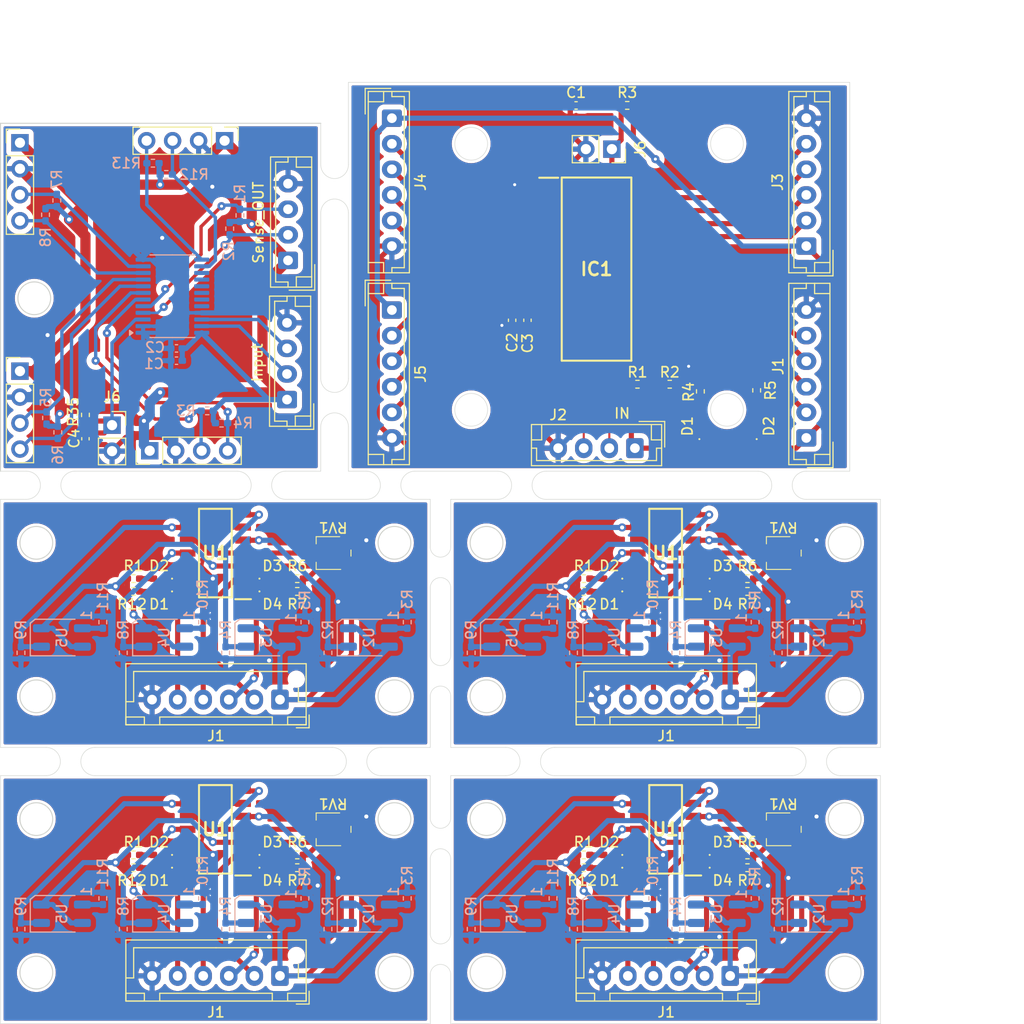
<source format=kicad_pcb>
(kicad_pcb (version 20240108) (generator "pcbnew") (generator_version "8.0")
  (layers (0 "F.Cu" signal) (31 "B.Cu" signal) (34 "B.Paste" user) (35 "F.Paste" user) (36 "B.SilkS" user "B.Silkscreen") (37 "F.SilkS" user "F.Silkscreen") (38 "B.Mask" user) (39 "F.Mask" user) (44 "Edge.Cuts" user))
  (net 0 "")
  (footprint "User_defined_footprints:Potencjometr 3,2x3,4" (layer "F.Cu") (at 48.55 72 180)
    (property "Reference" "RV1")
    (property "Value" "R_Potentiometer" (hide yes))
  )
  (footprint "LED_SMD:LED_0402_1005Metric_Pad0.77x0.64mm_HandSolder" (layer "F.Cu") (at 31.5 75.75 180)
    (property "Reference" "D1")
    (property "Value" "LED" (hide yes))
  )
  (footprint "User_defined_footprints:Potencjometr 3,2x3,4" (layer "F.Cu") (at 48.55 99 180)
    (property "Reference" "RV1")
    (property "Value" "R_Potentiometer" (hide yes))
  )
  (footprint "Connector_JST:JST_XH_B6B-XH-AM_1x06_P2.50mm_Vertical" (layer "F.Cu") (at 43.311 113.325 180)
    (property "Reference" "J1")
    (property "Value" "Conn_01x06_Socket" (hide yes))
  )
  (footprint "Capacitor_SMD:C_0402_1005Metric_Pad0.74x0.62mm_HandSolder" (layer "F.Cu") (at 24.3 60.8325 -90)
    (property "Reference" "C4")
    (property "Value" "100nF" (hide yes))
  )
  (footprint "Resistor_SMD:R_0402_1005Metric_Pad0.72x0.64mm_HandSolder" (layer "F.Cu") (at 24.3 58.5 -90)
    (property "Reference" "R35")
    (property "Value" "2,2kR" (hide yes))
  )
  (footprint "LED_SMD:LED_0402_1005Metric_Pad0.77x0.64mm_HandSolder" (layer "F.Cu") (at 42.5725 102.75)
    (property "Reference" "D4")
    (property "Value" "LED" (hide yes))
  )
  (footprint "Connector_JST:JST_EH_B6B-EH-A_1x06_P2.50mm_Vertical" (layer "F.Cu") (at 94.75 42 90)
    (property "Reference" "J3")
    (property "Value" "OUT_2")
  )
  (footprint "LED_SMD:LED_0402_1005Metric_Pad0.77x0.64mm_HandSolder" (layer "F.Cu") (at 75.5 101.5 180)
    (property "Reference" "D2")
    (property "Value" "LED" (hide yes))
  )
  (footprint "Resistor_SMD:R_0402_1005Metric_Pad0.72x0.64mm_HandSolder" (layer "F.Cu") (at 89 102.75 180)
    (property "Reference" "R7")
    (property "Value" "330R" (hide yes))
  )
  (footprint "Resistor_SMD:R_0402_1005Metric_Pad0.72x0.64mm_HandSolder" (layer "F.Cu") (at 45 101.5 180)
    (property "Reference" "R6")
    (property "Value" "330R" (hide yes))
  )
  (footprint "Resistor_SMD:R_0402_1005Metric_Pad0.72x0.64mm_HandSolder" (layer "F.Cu") (at 89 101.5 180)
    (property "Reference" "R6")
    (property "Value" "330R" (hide yes))
  )
  (footprint "User_defined_footprints:Potencjometr 3,2x3,4" (layer "F.Cu") (at 92.55 72 180)
    (property "Reference" "RV1")
    (property "Value" "R_Potentiometer" (hide yes))
  )
  (footprint "LED_SMD:LED_0402_1005Metric_Pad0.77x0.64mm_HandSolder" (layer "F.Cu") (at 31.5 101.5 180)
    (property "Reference" "D2")
    (property "Value" "LED" (hide yes))
  )
  (footprint "LED_SMD:LED_0402_1005Metric_Pad0.77x0.64mm_HandSolder" (layer "F.Cu") (at 84.3 59.6 90)
    (property "Reference" "D1")
    (property "Value" "LED" (hide yes))
  )
  (footprint "LED_SMD:LED_0402_1005Metric_Pad0.77x0.64mm_HandSolder" (layer "F.Cu") (at 86.5725 101.5)
    (property "Reference" "D3")
    (property "Value" "LED" (hide yes))
  )
  (footprint "Resistor_SMD:R_0402_1005Metric_Pad0.72x0.64mm_HandSolder" (layer "F.Cu") (at 45 102.75 180)
    (property "Reference" "R7")
    (property "Value" "330R" (hide yes))
  )
  (footprint "Resistor_SMD:R_0402_1005Metric_Pad0.72x0.64mm_HandSolder" (layer "F.Cu") (at 45 74.5 180)
    (property "Reference" "R6")
    (property "Value" "330R" (hide yes))
  )
  (footprint "User_defined_footprints:SOIC127P600X175-14N" (layer "F.Cu") (at 37 72 180)
    (property "Reference" "U1")
    (property "Value" "LM2901" (hide yes))
  )
  (footprint "LED_SMD:LED_0402_1005Metric_Pad0.77x0.64mm_HandSolder" (layer "F.Cu") (at 75.5 74.5 180)
    (property "Reference" "D2")
    (property "Value" "LED" (hide yes))
  )
  (footprint "Capacitor_SMD:C_0402_1005Metric_Pad0.74x0.62mm_HandSolder" (layer "F.Cu") (at 67.5 49.25 -90)
    (property "Reference" "C3")
    (property "Value" "100nF")
  )
  (footprint "Connector_PinHeader_2.54mm:PinHeader_1x04_P2.54mm_Vertical" (layer "F.Cu") (at 30.58 62 90)
    (property "Reference" "J2" (hide yes))
    (property "Value" "OUT 1" (hide yes))
  )
  (footprint "LED_SMD:LED_0402_1005Metric_Pad0.77x0.64mm_HandSolder" (layer "F.Cu") (at 89.9 59.6 90)
    (property "Reference" "D2")
    (property "Value" "LED" (hide yes))
  )
  (footprint "Resistor_SMD:R_0402_1005Metric_Pad0.72x0.64mm_HandSolder" (layer "F.Cu") (at 89 75.75 180)
    (property "Reference" "R7")
    (property "Value" "330R" (hide yes))
  )
  (footprint "Connector_PinHeader_2.54mm:PinHeader_1x04_P2.54mm_Vertical" (layer "F.Cu") (at 17.9 31.9)
    (property "Reference" "J4" (hide yes))
    (property "Value" "OUT 3" (hide yes))
  )
  (footprint "Resistor_SMD:R_0402_1005Metric_Pad0.72x0.64mm_HandSolder" (layer "F.Cu") (at 73 75.75)
    (property "Reference" "R12")
    (property "Value" "330R" (hide yes))
  )
  (footprint "Connector_JST:JST_EH_B4B-EH-A_1x04_P2.50mm_Vertical" (layer "F.Cu") (at 78 61.75 180)
    (property "Reference" "J2")
    (property "Value" "IN")
  )
  (footprint "LED_SMD:LED_0402_1005Metric_Pad0.77x0.64mm_HandSolder" (layer "F.Cu") (at 42.5725 101.5)
    (property "Reference" "D3")
    (property "Value" "LED" (hide yes))
  )
  (footprint "LED_SMD:LED_0402_1005Metric_Pad0.77x0.64mm_HandSolder" (layer "F.Cu") (at 31.5 102.75 180)
    (property "Reference" "D1")
    (property "Value" "LED" (hide yes))
  )
  (footprint "Resistor_SMD:R_0402_1005Metric_Pad0.72x0.64mm_HandSolder" (layer "F.Cu") (at 29 101.5)
    (property "Reference" "R1")
    (property "Value" "330R" (hide yes))
  )
  (footprint "Resistor_SMD:R_0402_1005Metric_Pad0.72x0.64mm_HandSolder" (layer "F.Cu") (at 29 75.75)
    (property "Reference" "R12")
    (property "Value" "330R" (hide yes))
  )
  (footprint "Connector_PinSocket_2.54mm:PinSocket_1x02_P2.54mm_Vertical" (layer "F.Cu") (at 75.75 32.525 -90)
    (property "Reference" "J6")
    (property "Value" "RST_E")
  )
  (footprint "Resistor_SMD:R_0402_1005Metric_Pad0.72x0.64mm_HandSolder" (layer "F.Cu") (at 78.25 55.5)
    (property "Reference" "R1")
    (property "Value" "3kR" (hide yes))
  )
  (footprint "Connector_PinSocket_2.54mm:PinSocket_1x02_P2.54mm_Vertical" (layer "F.Cu") (at 26.9 59.5)
    (property "Reference" "J6")
    (property "Value" "RST_M" (hide yes))
  )
  (footprint "LED_SMD:LED_0402_1005Metric_Pad0.77x0.64mm_HandSolder" (layer "F.Cu") (at 31.5 74.5 180)
    (property "Reference" "D2")
    (property "Value" "LED" (hide yes))
  )
  (footprint "LED_SMD:LED_0402_1005Metric_Pad0.77x0.64mm_HandSolder" (layer "F.Cu") (at 75.5 75.75 180)
    (property "Reference" "D1")
    (property "Value" "LED" (hide yes))
  )
  (footprint "Resistor_SMD:R_0402_1005Metric_Pad0.72x0.64mm_HandSolder" (layer "F.Cu") (at 73 101.5)
    (property "Reference" "R1")
    (property "Value" "330R" (hide yes))
  )
  (footprint "User_defined_footprints:Potencjometr 3,2x3,4" (layer "F.Cu") (at 92.55 99 180)
    (property "Reference" "RV1")
    (property "Value" "R_Potentiometer" (hide yes))
  )
  (footprint "LED_SMD:LED_0402_1005Metric_Pad0.77x0.64mm_HandSolder" (layer "F.Cu") (at 86.5725 75.75)
    (property "Reference" "D4")
    (property "Value" "LED" (hide yes))
  )
  (footprint "User_defined_footprints:SOIC127P1030X265-28N" (layer "F.Cu") (at 74.25 44.25)
    (property "Reference" "IC1")
    (property "Value" "MCP23018-E_SO" (hide yes))
  )
  (footprint "User_defined_footprints:SOIC127P600X175-14N" (layer "F.Cu") (at 81 99 180)
    (property "Reference" "U1")
    (property "Value" "LM2901" (hide yes))
  )
  (footprint "Resistor_SMD:R_0402_1005Metric_Pad0.72x0.64mm_HandSolder" (layer "F.Cu") (at 73 74.5)
    (property "Reference" "R1")
    (property "Value" "330R" (hide yes))
  )
  (footprint "LED_SMD:LED_0402_1005Metric_Pad0.77x0.64mm_HandSolder" (layer "F.Cu") (at 42.5725 74.5)
    (property "Reference" "D3")
    (property "Value" "LED" (hide yes))
  )
  (footprint "Resistor_SMD:R_0402_1005Metric_Pad0.72x0.64mm_HandSolder" (layer "F.Cu") (at 77.25 28.25 180)
    (property "Reference" "R3")
    (property "Value" "2,2kR")
  )
  (footprint "Connector_JST:JST_XH_B6B-XH-AM_1x06_P2.50mm_Vertical" (layer "F.Cu") (at 87.311 86.325 180)
    (property "Reference" "J1")
    (property "Value" "Conn_01x06_Socket" (hide yes))
  )
  (footprint "Resistor_SMD:R_0402_1005Metric_Pad0.72x0.64mm_HandSolder" (layer "F.Cu") (at 73 102.75)
    (property "Reference" "R12")
    (property "Value" "330R" (hide yes))
  )
  (footprint "Connector_JST:JST_EH_B4B-EH-A_1x04_P2.50mm_Vertical" (layer "F.Cu") (at 44.1 43.4 90)
    (property "Reference" "J7" (hide yes))
    (property "Value" "Sense_OUT")
  )
  (footprint "Resistor_SMD:R_0402_1005Metric_Pad0.72x0.64mm_HandSolder" (layer "F.Cu") (at 81.4025 55.5)
    (property "Reference" "R2")
    (property "Value" "13kR" (hide yes))
  )
  (footprint "Resistor_SMD:R_0402_1005Metric_Pad0.72x0.64mm_HandSolder" (layer "F.Cu") (at 89.9 56.1 -90)
    (property "Reference" "R5")
    (property "Value" "330R" (hide yes))
  )
  (footprint "Connector_PinHeader_2.54mm:PinHeader_1x04_P2.54mm_Vertical" (layer "F.Cu") (at 17.9 54.22)
    (property "Reference" "J3" (hide yes))
    (property "Value" "OUT 2" (hide yes))
  )
  (footprint "LED_SMD:LED_0402_1005Metric_Pad0.77x0.64mm_HandSolder" (layer "F.Cu") (at 86.5725 74.5)
    (property "Reference" "D3")
    (property "Value" "LED" (hide yes))
  )
  (footprint "Resistor_SMD:R_0402_1005Metric_Pad0.72x0.64mm_HandSolder" (layer "F.Cu") (at 29 102.75)
    (property "Reference" "R12")
    (property "Value" "330R" (hide yes))
  )
  (footprint "Connector_JST:JST_XH_B6B-XH-AM_1x06_P2.50mm_Vertical" (layer "F.Cu") (at 43.311 86.325 180)
    (property "Reference" "J1")
    (property "Value" "Conn_01x06_Socket" (hide yes))
  )
  (footprint "Resistor_SMD:R_0402_1005Metric_Pad0.72x0.64mm_HandSolder" (layer "F.Cu") (at 29 74.5)
    (property "Reference" "R1")
    (property "Value" "330R" (hide yes))
  )
  (footprint "LED_SMD:LED_0402_1005Metric_Pad0.77x0.64mm_HandSolder" (layer "F.Cu") (at 86.5725 102.75)
    (property "Reference" "D4")
    (property "Value" "LED" (hide yes))
  )
  (footprint "Resistor_SMD:R_0402_1005Metric_Pad0.72x0.64mm_HandSolder" (layer "F.Cu") (at 45 75.75 180)
    (property "Reference" "R7")
    (property "Value" "330R" (hide yes))
  )
  (footprint "Resistor_SMD:R_0402_1005Metric_Pad0.72x0.64mm_HandSolder" (layer "F.Cu") (at 84.4 56.2 -90)
    (property "Reference" "R4")
    (property "Value" "330R" (hide yes))
  )
  (footprint "Connector_PinHeader_2.54mm:PinHeader_1x04_P2.54mm_Vertical" (layer "F.Cu") (at 37.9 31.7 -90)
    (property "Reference" "J5" (hide yes))
    (property "Value" "OUT 4" (hide yes))
  )
  (footprint "LED_SMD:LED_0402_1005Metric_Pad0.77x0.64mm_HandSolder" (layer "F.Cu") (at 42.5725 75.75)
    (property "Reference" "D4")
    (property "Value" "LED" (hide yes))
  )
  (footprint "Connector_JST:JST_EH_B6B-EH-A_1x06_P2.50mm_Vertical" (layer "F.Cu") (at 94.75 60.75 90)
    (property "Reference" "J1")
    (property "Value" "OUT_1")
  )
  (footprint "User_defined_footprints:SOIC127P600X175-14N" (layer "F.Cu") (at 81 72 180)
    (property "Reference" "U1")
    (property "Value" "LM2901" (hide yes))
  )
  (footprint "Connector_JST:JST_EH_B4B-EH-A_1x04_P2.50mm_Vertical" (layer "F.Cu") (at 44 57 90)
    (property "Reference" "J1" (hide yes))
    (property "Value" "Input")
  )
  (footprint "Capacitor_SMD:C_0402_1005Metric_Pad0.74x0.62mm_HandSolder" (layer "F.Cu") (at 72.25 28.25 180)
    (property "Reference" "C1")
    (property "Value" "100nF")
  )
  (footprint "LED_SMD:LED_0402_1005Metric_Pad0.77x0.64mm_HandSolder" (layer "F.Cu") (at 75.5 102.75 180)
    (property "Reference" "D1")
    (property "Value" "LED" (hide yes))
  )
  (footprint "Connector_JST:JST_EH_B6B-EH-A_1x06_P2.50mm_Vertical" (layer "F.Cu") (at 54.25 48.25 -90)
    (property "Reference" "J5")
    (property "Value" "OUT_4")
  )
  (footprint "Capacitor_SMD:C_0402_1005Metric_Pad0.74x0.62mm_HandSolder" (layer "F.Cu") (at 66 49.25 -90)
    (property "Reference" "C2")
    (property "Value" "22uF")
  )
  (footprint "Connector_JST:JST_XH_B6B-XH-AM_1x06_P2.50mm_Vertical" (layer "F.Cu") (at 87.311 113.325 180)
    (property "Reference" "J1")
    (property "Value" "Conn_01x06_Socket" (hide yes))
  )
  (footprint "Resistor_SMD:R_0402_1005Metric_Pad0.72x0.64mm_HandSolder" (layer "F.Cu") (at 89 74.5 180)
    (property "Reference" "R6")
    (property "Value" "330R" (hide yes))
  )
  (footprint "User_defined_footprints:SOIC127P600X175-14N" (layer "F.Cu") (at 37 99 180)
    (property "Reference" "U1")
    (property "Value" "LM2901" (hide yes))
  )
  (footprint "Connector_JST:JST_EH_B6B-EH-A_1x06_P2.50mm_Vertical" (layer "F.Cu") (at 54.25 29.5 -90)
    (property "Reference" "J4")
    (property "Value" "OUT_3")
  )
  (footprint "Resistor_SMD:R_0402_1005Metric_Pad0.72x0.64mm_HandSolder" (layer "B.Cu") (at 38 108.75 -90)
    (property "Reference" "R4")
    (property "Value" "22kR")
  )
  (footprint "Resistor_SMD:R_0402_1005Metric_Pad0.72x0.64mm_HandSolder" (layer "B.Cu") (at 28 81.75 -90)
    (property "Reference" "R8")
    (property "Value" "22kR" (hide yes))
  )
  (footprint "Resistor_SMD:R_0402_1005Metric_Pad0.72x0.64mm_HandSolder" (layer "B.Cu") (at 35.75 78.75 90)
    (property "Reference" "R10")
    (property "Value" "110R" (hide yes))
  )
  (footprint "OptoDevice:Everlight_ITR1201SR10AR" (layer "B.Cu") (at 22 80.25 -90)
    (property "Reference" "U5")
    (property "Value" "ITR8307-S17-TR8" (hide yes))
  )
  (footprint "OptoDevice:Everlight_ITR1201SR10AR" (layer "B.Cu") (at 86 107.25 -90)
    (property "Reference" "U3")
    (property "Value" "ITR8307-S17-TR8" (hide yes))
  )
  (footprint "Resistor_SMD:R_0402_1005Metric_Pad0.72x0.64mm_HandSolder" (layer "B.Cu") (at 82 81.75 -90)
    (property "Reference" "R4")
    (property "Value" "22kR")
  )
  (footprint "OptoDevice:Everlight_ITR1201SR10AR" (layer "B.Cu") (at 76 107.25 -90)
    (property "Reference" "U4")
    (property "Value" "ITR8307-S17-TR8" (hide yes))
  )
  (footprint "Resistor_SMD:R_0402_1005Metric_Pad0.72x0.64mm_HandSolder" (layer "B.Cu") (at 82 108.75 -90)
    (property "Reference" "R4")
    (property "Value" "22kR")
  )
  (footprint "OptoDevice:Everlight_ITR1201SR10AR" (layer "B.Cu") (at 86 80.25 -90)
    (property "Reference" "U3")
    (property "Value" "ITR8307-S17-TR8" (hide yes))
  )
  (footprint "Resistor_SMD:R_0402_1005Metric_Pad0.72x0.64mm_HandSolder" (layer "B.Cu") (at 18 81.75 -90)
    (property "Reference" "R9")
    (property "Value" "22kR" (hide yes))
  )
  (footprint "Resistor_SMD:R_0402_1005Metric_Pad0.72x0.64mm_HandSolder" (layer "B.Cu") (at 26 105.75 90)
    (property "Reference" "R11")
    (property "Value" "110R" (hide yes))
  )
  (footprint "OptoDevice:Everlight_ITR1201SR10AR" (layer "B.Cu") (at 42 107.25 -90)
    (property "Reference" "U3")
    (property "Value" "ITR8307-S17-TR8" (hide yes))
  )
  (footprint "Resistor_SMD:R_0402_1005Metric_Pad0.72x0.64mm_HandSolder" (layer "B.Cu") (at 21.5025 37.54 90)
    (property "Reference" "R7")
    (property "Value" "2,2kR" (hide yes))
  )
  (footprint "Resistor_SMD:R_0402_1005Metric_Pad0.72x0.64mm_HandSolder" (layer "B.Cu") (at 35.75 105.75 90)
    (property "Reference" "R10")
    (property "Value" "110R" (hide yes))
  )
  (footprint "Resistor_SMD:R_0402_1005Metric_Pad0.72x0.64mm_HandSolder" (layer "B.Cu") (at 18 108.75 -90)
    (property "Reference" "R9")
    (property "Value" "22kR" (hide yes))
  )
  (footprint "Capacitor_SMD:C_0402_1005Metric_Pad0.74x0.62mm_HandSolder" (layer "B.Cu") (at 33.2 53.2 180)
    (property "Reference" "C1")
    (property "Value" "22uF" (hide yes))
  )
  (footprint "Resistor_SMD:R_0402_1005Metric_Pad0.72x0.64mm_HandSolder" (layer "B.Cu") (at 92 81.75 -90)
    (property "Reference" "R2")
    (property "Value" "22kR")
  )
  (footprint "Resistor_SMD:R_0402_1005Metric_Pad0.72x0.64mm_HandSolder" (layer "B.Cu") (at 39.4 38.9975 90)
    (property "Reference" "R1")
    (property "Value" "2,2kR" (hide yes))
  )
  (footprint "Resistor_SMD:R_0402_1005Metric_Pad0.72x0.64mm_HandSolder" (layer "B.Cu") (at 79.75 105.75 90)
    (property "Reference" "R10")
    (property "Value" "110R" (hide yes))
  )
  (footprint "OptoDevice:Everlight_ITR1201SR10AR" (layer "B.Cu") (at 32 80.25 -90)
    (property "Reference" "U4")
    (property "Value" "ITR8307-S17-TR8" (hide yes))
  )
  (footprint "Resistor_SMD:R_0402_1005Metric_Pad0.72x0.64mm_HandSolder" (layer "B.Cu") (at 37.6025 59.3)
    (property "Reference" "R4")
    (property "Value" "2,2kR" (hide yes))
  )
  (footprint "Resistor_SMD:R_0402_1005Metric_Pad0.72x0.64mm_HandSolder" (layer "B.Cu") (at 20.4 38.94 -90)
    (property "Reference" "R8")
    (property "Value" "2,2kR" (hide yes))
  )
  (footprint "Resistor_SMD:R_0402_1005Metric_Pad0.72x0.64mm_HandSolder" (layer "B.Cu") (at 26 78.75 90)
    (property "Reference" "R11")
    (property "Value" "110R" (hide yes))
  )
  (footprint "Resistor_SMD:R_0402_1005Metric_Pad0.72x0.64mm_HandSolder" (layer "B.Cu") (at 70 78.75 90)
    (property "Reference" "R11")
    (property "Value" "110R" (hide yes))
  )
  (footprint "Resistor_SMD:R_0402_1005Metric_Pad0.72x0.64mm_HandSolder" (layer "B.Cu") (at 89.75 78.75 90)
    (property "Reference" "R5")
    (property "Value" "110R")
  )
  (footprint "Resistor_SMD:R_0402_1005Metric_Pad0.72x0.64mm_HandSolder" (layer "B.Cu") (at 45.75 105.75 90)
    (property "Reference" "R5")
    (property "Value" "110R")
  )
  (footprint "OptoDevice:Everlight_ITR1201SR10AR" (layer "B.Cu") (at 96 80.25 -90)
    (property "Reference" "U2")
    (property "Value" "ITR8307-S17-TR8" (hide yes))
  )
  (footprint "Resistor_SMD:R_0402_1005Metric_Pad0.72x0.64mm_HandSolder" (layer "B.Cu") (at 38.4 40.2975 -90)
    (property "Reference" "R2")
    (property "Value" "2,2kR" (hide yes))
  )
  (footprint "Resistor_SMD:R_0402_1005Metric_Pad0.72x0.64mm_HandSolder" (layer "B.Cu") (at 30.8975 33.9 180)
    (property "Reference" "R13")
    (property "Value" "2,2kR" (hide yes))
  )
  (footprint "Resistor_SMD:R_0402_1005Metric_Pad0.72x0.64mm_HandSolder" (layer "B.Cu") (at 32.2025 35)
    (property "Reference" "R12")
    (property "Value" "2,2kR" (hide yes))
  )
  (footprint "Resistor_SMD:R_0402_1005Metric_Pad0.72x0.64mm_HandSolder" (layer "B.Cu") (at 62 108.75 -90)
    (property "Reference" "R9")
    (property "Value" "22kR" (hide yes))
  )
  (footprint "Resistor_SMD:R_0402_1005Metric_Pad0.72x0.64mm_HandSolder" (layer "B.Cu") (at 21.6 60.2 -90)
    (property "Reference" "R6")
    (property "Value" "2,2kR" (hide yes))
  )
  (footprint "Resistor_SMD:R_0402_1005Metric_Pad0.72x0.64mm_HandSolder" (layer "B.Cu") (at 99.75 105.75 90)
    (property "Reference" "R3")
    (property "Value" "110R")
  )
  (footprint "Resistor_SMD:R_0402_1005Metric_Pad0.72x0.64mm_HandSolder" (layer "B.Cu") (at 72 81.75 -90)
    (property "Reference" "R8")
    (property "Value" "22kR" (hide yes))
  )
  (footprint "Resistor_SMD:R_0402_1005Metric_Pad0.72x0.64mm_HandSolder" (layer "B.Cu") (at 45.75 78.75 90)
    (property "Reference" "R5")
    (property "Value" "110R")
  )
  (footprint "OptoDevice:Everlight_ITR1201SR10AR" (layer "B.Cu") (at 52 80.25 -90)
    (property "Reference" "U2")
    (property "Value" "ITR8307-S17-TR8" (hide yes))
  )
  (footprint "Package_SO:TSSOP-24_4.4x7.8mm_P0.65mm" (layer "B.Cu") (at 32.8 46.9)
    (property "Reference" "U1" (hide yes))
    (property "Value" "TCA9548APWR" (hide yes))
  )
  (footprint "OptoDevice:Everlight_ITR1201SR10AR" (layer "B.Cu") (at 22 107.25 -90)
    (property "Reference" "U5")
    (property "Value" "ITR8307-S17-TR8" (hide yes))
  )
  (footprint "Resistor_SMD:R_0402_1005Metric_Pad0.72x0.64mm_HandSolder" (layer "B.Cu") (at 55.75 105.75 90)
    (property "Reference" "R3")
    (property "Value" "110R")
  )
  (footprint "Capacitor_SMD:C_0402_1005Metric_Pad0.74x0.62mm_HandSolder" (layer "B.Cu") (at 33.2 52 180)
    (property "Reference" "C2")
    (property "Value" "100nF" (hide yes))
  )
  (footprint "Resistor_SMD:R_0402_1005Metric_Pad0.72x0.64mm_HandSolder" (layer "B.Cu") (at 48 108.75 -90)
    (property "Reference" "R2")
    (property "Value" "22kR")
  )
  (footprint "OptoDevice:Everlight_ITR1201SR10AR" (layer "B.Cu") (at 76 80.25 -90)
    (property "Reference" "U4")
    (property "Value" "ITR8307-S17-TR8" (hide yes))
  )
  (footprint "OptoDevice:Everlight_ITR1201SR10AR" (layer "B.Cu") (at 42 80.25 -90)
    (property "Reference" "U3")
    (property "Value" "ITR8307-S17-TR8" (hide yes))
  )
  (footprint "Resistor_SMD:R_0402_1005Metric_Pad0.72x0.64mm_HandSolder" (layer "B.Cu") (at 92 108.75 -90)
    (property "Reference" "R2")
    (property "Value" "22kR")
  )
  (footprint "Resistor_SMD:R_0402_1005Metric_Pad0.72x0.64mm_HandSolder" (layer "B.Cu") (at 89.75 105.75 90)
    (property "Reference" "R5")
    (property "Value" "110R")
  )
  (footprint "Resistor_SMD:R_0402_1005Metric_Pad0.72x0.64mm_HandSolder" (layer "B.Cu") (at 99.75 78.75 90)
    (property "Reference" "R3")
    (property "Value" "110R")
  )
  (footprint "OptoDevice:Everlight_ITR1201SR10AR" (layer "B.Cu") (at 66 80.25 -90)
    (property "Reference" "U5")
    (property "Value" "ITR8307-S17-TR8" (hide yes))
  )
  (footprint "Resistor_SMD:R_0402_1005Metric_Pad0.72x0.64mm_HandSolder" (layer "B.Cu") (at 70 105.75 90)
    (property "Reference" "R11")
    (property "Value" "110R" (hide yes))
  )
  (footprint "Resistor_SMD:R_0402_1005Metric_Pad0.72x0.64mm_HandSolder" (layer "B.Cu") (at 28 108.75 -90)
    (property "Reference" "R8")
    (property "Value" "22kR" (hide yes))
  )
  (footprint "OptoDevice:Everlight_ITR1201SR10AR" (layer "B.Cu") (at 96 107.25 -90)
    (property "Reference" "U2")
    (property "Value" "ITR8307-S17-TR8" (hide yes))
  )
  (footprint "Resistor_SMD:R_0402_1005Metric_Pad0.72x0.64mm_HandSolder" (layer "B.Cu") (at 20.5 58.7975 90)
    (property "Reference" "R5")
    (property "Value" "2,2kR" (hide yes))
  )
  (footprint "OptoDevice:Everlight_ITR1201SR10AR" (layer "B.Cu") (at 32 107.25 -90)
    (property "Reference" "U4")
    (property "Value" "ITR8307-S17-TR8" (hide yes))
  )
  (footprint "Resistor_SMD:R_0402_1005Metric_Pad0.72x0.64mm_HandSolder" (layer "B.Cu") (at 38 81.75 -90)
    (property "Reference" "R4")
    (property "Value" "22kR")
  )
  (footprint "Resistor_SMD:R_0402_1005Metric_Pad0.72x0.64mm_HandSolder" (layer "B.Cu") (at 48 81.75 -90)
    (property "Reference" "R2")
    (property "Value" "22kR")
  )
  (footprint "OptoDevice:Everlight_ITR1201SR10AR" (layer "B.Cu") (at 66 107.25 -90)
    (property "Reference" "U5")
    (property "Value" "ITR8307-S17-TR8" (hide yes))
  )
  (footprint "Resistor_SMD:R_0402_1005Metric_Pad0.72x0.64mm_HandSolder" (layer "B.Cu") (at 36.2025 58.1 180)
    (property "Reference" "R3")
    (property "Value" "2,2kR" (hide yes))
  )
  (footprint "Resistor_SMD:R_0402_1005Metric_Pad0.72x0.64mm_HandSolder" (layer "B.Cu") (at 62 81.75 -90)
    (property "Reference" "R9")
    (property "Value" "22kR" (hide yes))
  )
  (footprint "Resistor_SMD:R_0402_1005Metric_Pad0.72x0.64mm_HandSolder" (layer "B.Cu") (at 55.75 78.75 90)
    (property "Reference" "R3")
    (property "Value" "110R")
  )
  (footprint "Resistor_SMD:R_0402_1005Metric_Pad0.72x0.64mm_HandSolder" (layer "B.Cu") (at 72 108.75 -90)
    (property "Reference" "R8")
    (property "Value" "22kR" (hide yes))
  )
  (footprint "OptoDevice:Everlight_ITR1201SR10AR" (layer "B.Cu") (at 52 107.25 -90)
    (property "Reference" "U2")
    (property "Value" "ITR8307-S17-TR8" (hide yes))
  )
  (footprint "Resistor_SMD:R_0402_1005Metric_Pad0.72x0.64mm_HandSolder" (layer "B.Cu") (at 79.75 78.75 90)
    (property "Reference" "R10")
    (property "Value" "110R" (hide yes))
  )
  (gr_line (start 58 75.4) (end 58 82) (stroke (width 0.05)) (layer "Edge.Cuts"))
  (gr_line (start 50 26) (end 99 26) (stroke (width 0.05)) (layer "Edge.Cuts"))
  (gr_arc (start 93.35 91) (mid 94.725 92.375) (end 93.35 93.75) (stroke (width 0.05)) (layer "Edge.Cuts"))
  (gr_arc (start 50 54.95) (mid 48.65 56.3) (end 47.3 54.95) (stroke (width 0.05)) (layer "Edge.Cuts"))
  (gr_line (start 53.175 91) (end 58 91) (stroke (width 0.05)) (layer "Edge.Cuts"))
  (gr_circle (center 98.5 71) (end 100.1 71) (stroke (width 0.1)) (fill none) (layer "Edge.Cuts"))
  (gr_line (start 58 113.2) (end 58 118) (stroke (width 0.05)) (layer "Edge.Cuts"))
  (gr_circle (center 62 58) (end 63.6 58) (stroke (width 0.05)) (fill none) (layer "Edge.Cuts"))
  (gr_line (start 16 64) (end 18.525 64) (stroke (width 0.05)) (layer "Edge.Cuts"))
  (gr_circle (center 98.5 86) (end 100.1 86) (stroke (width 0.1)) (fill none) (layer "Edge.Cuts"))
  (gr_line (start 70.15 93.75) (end 93.35 93.75) (stroke (width 0.05)) (layer "Edge.Cuts"))
  (gr_line (start 47.3 38.75) (end 47.3 54.95) (stroke (width 0.05)) (layer "Edge.Cuts"))
  (gr_circle (center 19.5 71) (end 21.1 71) (stroke (width 0.1)) (fill none) (layer "Edge.Cuts"))
  (gr_line (start 43.875 66.75) (end 51.75 66.75) (stroke (width 0.05)) (layer "Edge.Cuts"))
  (gr_line (start 47.3 59.65) (end 47.3 64) (stroke (width 0.05)) (layer "Edge.Cuts"))
  (gr_circle (center 62 32) (end 63.6 32) (stroke (width 0.05)) (fill none) (layer "Edge.Cuts"))
  (gr_line (start 65.4 93.75) (end 60 93.75) (stroke (width 0.05)) (layer "Edge.Cuts"))
  (gr_line (start 58 118) (end 16 118) (stroke (width 0.05)) (layer "Edge.Cuts"))
  (gr_arc (start 94.75 66.75) (mid 93.375 65.375) (end 94.75 64) (stroke (width 0.05)) (layer "Edge.Cuts"))
  (gr_circle (center 19.5 98) (end 21.1 98) (stroke (width 0.1)) (fill none) (layer "Edge.Cuts"))
  (gr_line (start 48.425 93.75) (end 25.225 93.75) (stroke (width 0.05)) (layer "Edge.Cuts"))
  (gr_arc (start 60 109.2) (mid 59 110.2) (end 58 109.2) (stroke (width 0.05)) (layer "Edge.Cuts"))
  (gr_line (start 20.475 93.75) (end 16 93.75) (stroke (width 0.05)) (layer "Edge.Cuts"))
  (gr_line (start 18.525 66.75) (end 16 66.75) (stroke (width 0.05)) (layer "Edge.Cuts"))
  (gr_line (start 60 113.2) (end 60 118) (stroke (width 0.05)) (layer "Edge.Cuts"))
  (gr_arc (start 58 113.2) (mid 59 112.2) (end 60 113.2) (stroke (width 0.05)) (layer "Edge.Cuts"))
  (gr_line (start 90 66.75) (end 69.325 66.75) (stroke (width 0.05)) (layer "Edge.Cuts"))
  (gr_line (start 43.875 64) (end 47.3 64) (stroke (width 0.05)) (layer "Edge.Cuts"))
  (gr_line (start 56.5 64) (end 64.575 64) (stroke (width 0.05)) (layer "Edge.Cuts"))
  (gr_line (start 58 66.75) (end 58 71.4) (stroke (width 0.05)) (layer "Edge.Cuts"))
  (gr_arc (start 60 71.4) (mid 59 72.4) (end 58 71.4) (stroke (width 0.05)) (layer "Edge.Cuts"))
  (gr_arc (start 60 82) (mid 59 83) (end 58 82) (stroke (width 0.05)) (layer "Edge.Cuts"))
  (gr_circle (center 63.5 71) (end 65.1 71) (stroke (width 0.1)) (fill none) (layer "Edge.Cuts"))
  (gr_line (start 16 30) (end 47.3 30) (stroke (width 0.1)) (layer "Edge.Cuts"))
  (gr_circle (center 54.5 98) (end 56.1 98) (stroke (width 0.1)) (fill none) (layer "Edge.Cuts"))
  (gr_arc (start 23.275 66.75) (mid 21.9 65.375) (end 23.275 64) (stroke (width 0.05)) (layer "Edge.Cuts"))
  (gr_line (start 58 93.75) (end 53.175 93.75) (stroke (width 0.05)) (layer "Edge.Cuts"))
  (gr_line (start 69.325 64) (end 90 64) (stroke (width 0.05)) (layer "Edge.Cuts"))
  (gr_circle (center 63.5 113) (end 65.1 113) (stroke (width 0.1)) (fill none) (layer "Edge.Cuts"))
  (gr_line (start 58 101.9) (end 58 109.2) (stroke (width 0.05)) (layer "Edge.Cuts"))
  (gr_circle (center 98.5 113) (end 100.1 113) (stroke (width 0.1)) (fill none) (layer "Edge.Cuts"))
  (gr_arc (start 47.3 59.65) (mid 48.65 58.3) (end 50 59.65) (stroke (width 0.05)) (layer "Edge.Cuts"))
  (gr_circle (center 19.5 113) (end 21.1 113) (stroke (width 0.1)) (fill none) (layer "Edge.Cuts"))
  (gr_circle (center 63.5 86) (end 65.1 86) (stroke (width 0.1)) (fill none) (layer "Edge.Cuts"))
  (gr_line (start 50 64) (end 51.75 64) (stroke (width 0.05)) (layer "Edge.Cuts"))
  (gr_arc (start 25.225 93.75) (mid 23.85 92.375) (end 25.225 91) (stroke (width 0.05)) (layer "Edge.Cuts"))
  (gr_arc (start 65.4 91) (mid 66.775 92.375) (end 65.4 93.75) (stroke (width 0.05)) (layer "Edge.Cuts"))
  (gr_line (start 16 30) (end 16 64) (stroke (width 0.1)) (layer "Edge.Cuts"))
  (gr_line (start 60 101.9) (end 60 109.2) (stroke (width 0.05)) (layer "Edge.Cuts"))
  (gr_arc (start 64.575 64) (mid 65.95 65.375) (end 64.575 66.75) (stroke (width 0.05)) (layer "Edge.Cuts"))
  (gr_line (start 50 54.95) (end 50 38.75) (stroke (width 0.05)) (layer "Edge.Cuts"))
  (gr_line (start 60 93.75) (end 60 97.9) (stroke (width 0.05)) (layer "Edge.Cuts"))
  (gr_line (start 99 26) (end 99 64) (stroke (width 0.05)) (layer "Edge.Cuts"))
  (gr_circle (center 87 58) (end 88.6 58) (stroke (width 0.05)) (fill none) (layer "Edge.Cuts"))
  (gr_arc (start 51.75 64) (mid 53.125 65.375) (end 51.75 66.75) (stroke (width 0.05)) (layer "Edge.Cuts"))
  (gr_arc (start 47.3 38.75) (mid 48.65 37.4) (end 50 38.75) (stroke (width 0.05)) (layer "Edge.Cuts"))
  (gr_arc (start 53.175 93.75) (mid 51.8 92.375) (end 53.175 91) (stroke (width 0.05)) (layer "Edge.Cuts"))
  (gr_line (start 25.225 91) (end 48.425 91) (stroke (width 0.05)) (layer "Edge.Cuts"))
  (gr_line (start 50 59.65) (end 50 64) (stroke (width 0.05)) (layer "Edge.Cuts"))
  (gr_circle (center 87 32) (end 88.6 32) (stroke (width 0.05)) (fill none) (layer "Edge.Cuts"))
  (gr_circle (center 98.5 98) (end 100.1 98) (stroke (width 0.1)) (fill none) (layer "Edge.Cuts"))
  (gr_line (start 23.275 64) (end 39.125 64) (stroke (width 0.05)) (layer "Edge.Cuts"))
  (gr_line (start 16 118) (end 16 93.75) (stroke (width 0.05)) (layer "Edge.Cuts"))
  (gr_line (start 65.4 91) (end 60 91) (stroke (width 0.05)) (layer "Edge.Cuts"))
  (gr_line (start 50 34.05) (end 50 26) (stroke (width 0.05)) (layer "Edge.Cuts"))
  (gr_circle (center 54.5 113) (end 56.1 113) (stroke (width 0.1)) (fill none) (layer "Edge.Cuts"))
  (gr_line (start 102 66.75) (end 102 91) (stroke (width 0.05)) (layer "Edge.Cuts"))
  (gr_arc (start 60 97.9) (mid 59 98.9) (end 58 97.9) (stroke (width 0.05)) (layer "Edge.Cuts"))
  (gr_arc (start 39.125 64) (mid 40.5 65.375) (end 39.125 66.75) (stroke (width 0.05)) (layer "Edge.Cuts"))
  (gr_arc (start 58 101.9) (mid 59 100.9) (end 60 101.9) (stroke (width 0.05)) (layer "Edge.Cuts"))
  (gr_arc (start 20.475 91) (mid 21.85 92.375) (end 20.475 93.75) (stroke (width 0.05)) (layer "Edge.Cuts"))
  (gr_line (start 23.275 66.75) (end 39.125 66.75) (stroke (width 0.05)) (layer "Edge.Cuts"))
  (gr_arc (start 48.425 91) (mid 49.8 92.375) (end 48.425 93.75) (stroke (width 0.05)) (layer "Edge.Cuts"))
  (gr_line (start 58 86) (end 58 91) (stroke (width 0.05)) (layer "Edge.Cuts"))
  (gr_line (start 70.15 91) (end 93.35 91) (stroke (width 0.05)) (layer "Edge.Cuts"))
  (gr_line (start 58 93.75) (end 58 97.9) (stroke (width 0.05)) (layer "Edge.Cuts"))
  (gr_arc (start 90 64) (mid 91.375 65.375) (end 90 66.75) (stroke (width 0.05)) (layer "Edge.Cuts"))
  (gr_circle (center 19.5 86) (end 21.1 86) (stroke (width 0.1)) (fill none) (layer "Edge.Cuts"))
  (gr_arc (start 58 86) (mid 59 85) (end 60 86) (stroke (width 0.05)) (layer "Edge.Cuts"))
  (gr_arc (start 98.1 93.75) (mid 96.725 92.375) (end 98.1 91) (stroke (width 0.05)) (layer "Edge.Cuts"))
  (gr_line (start 102 93.75) (end 102 118) (stroke (width 0.05)) (layer "Edge.Cuts"))
  (gr_circle (center 63.5 98) (end 65.1 98) (stroke (width 0.1)) (fill none) (layer "Edge.Cuts"))
  (gr_line (start 98.1 91) (end 102 91) (stroke (width 0.05)) (layer "Edge.Cuts"))
  (gr_line (start 64.575 66.75) (end 60 66.75) (stroke (width 0.05)) (layer "Edge.Cuts"))
  (gr_line (start 16 91) (end 16 66.75) (stroke (width 0.05)) (layer "Edge.Cuts"))
  (gr_arc (start 43.875 66.75) (mid 42.5 65.375) (end 43.875 64) (stroke (width 0.05)) (layer "Edge.Cuts"))
  (gr_arc (start 56.5 66.75) (mid 55.125 65.375) (end 56.5 64) (stroke (width 0.05)) (layer "Edge.Cuts"))
  (gr_arc (start 69.325 66.75) (mid 67.95 65.375) (end 69.325 64) (stroke (width 0.05)) (layer "Edge.Cuts"))
  (gr_arc (start 58 75.4) (mid 59 74.4) (end 60 75.4) (stroke (width 0.05)) (layer "Edge.Cuts"))
  (gr_arc (start 18.525 64) (mid 19.9 65.375) (end 18.525 66.75) (stroke (width 0.05)) (layer "Edge.Cuts"))
  (gr_arc (start 70.15 93.75) (mid 68.775 92.375) (end 70.15 91) (stroke (width 0.05)) (layer "Edge.Cuts"))
  (gr_line (start 98.1 93.75) (end 102 93.75) (stroke (width 0.05)) (layer "Edge.Cuts"))
  (gr_line (start 60 75.4) (end 60 82) (stroke (width 0.05)) (layer "Edge.Cuts"))
  (gr_arc (start 50 34.05) (mid 48.65 35.4) (end 47.3 34.05) (stroke (width 0.05)) (layer "Edge.Cuts"))
  (gr_line (start 47.3 34.05) (end 47.3 30) (stroke (width 0.05)) (layer "Edge.Cuts"))
  (gr_line (start 94.75 64) (end 99 64) (stroke (width 0.05)) (layer "Edge.Cuts"))
  (gr_circle (center 54.5 71) (end 56.1 71) (stroke (width 0.1)) (fill none) (layer "Edge.Cuts"))
  (gr_line (start 60 86) (end 60 91) (stroke (width 0.05)) (layer "Edge.Cuts"))
  (gr_circle (center 54.5 86) (end 56.1 86) (stroke (width 0.1)) (fill none) (layer "Edge.Cuts"))
  (gr_line (start 102 66.75) (end 94.75 66.75) (stroke (width 0.05)) (layer "Edge.Cuts"))
  (gr_line (start 102 118) (end 60 118) (stroke (width 0.05)) (layer "Edge.Cuts"))
  (gr_circle (center 19.3 47.1) (end 20.9 47.1) (stroke (width 0.1)) (fill none) (layer "Edge.Cuts"))
  (gr_line (start 58 66.75) (end 56.5 66.75) (stroke (width 0.05)) (layer "Edge.Cuts"))
  (gr_line (start 60 66.75) (end 60 71.4) (stroke (width 0.05)) (layer "Edge.Cuts"))
  (gr_line (start 20.475 91) (end 16 91) (stroke (width 0.05)) (layer "Edge.Cuts"))
  (segment (start 89.5975 74.5) (end 89.5975 75.75) (width 0.5) (layer "F.Cu") (net 0))
  (segment (start 32.1125 101.54) (end 32.0725 101.5) (width 0.5) (layer "F.Cu") (net 0))
  (segment (start 39.712 102.81) (end 41.94 102.81) (width 0.5) (layer "F.Cu") (net 0))
  (segment (start 28.4025 74.5) (end 28.4025 75.75) (width 0.5) (layer "F.Cu") (net 0))
  (segment (start 34.248 69.5) (end 34.288 69.46) (width 0.5) (layer "F.Cu") (net 0))
  (segment (start 77.8475 31.3475) (end 80 33.5) (width 0.5) (layer "F.Cu") (net 0))
  (segment (start 69.575 48.695) (end 67.5125 48.695) (width 0.5) (layer "F.Cu") (net 0))
  (segment (start 54.25 53.25) (end 62.615 44.885) (width 0.5) (layer "F.Cu") (net 0))
  (segment (start 39.712 69.46) (end 36.8205 69.46) (width 0.5) (layer "F.Cu") (net 0))
  (segment (start 79.811 74.8005) (end 79.5505 74.54) (width 0.5) (layer "F.Cu") (net 0))
  (segment (start 33.311 76.787) (end 34.288 75.81) (width 0.5) (layer "F.Cu") (net 0))
  (segment (start 66.25 36) (end 66.255 35.995) (width 0.5) (layer "F.Cu") (net 0))
  (segment (start 77.311 113.325) (end 77.311 103.787) (width 0.5) (layer "F.Cu") (net 0))
  (segment (start 78.288 97.73) (end 79.0305 97.73) (width 0.5) (layer "F.Cu") (net 0))
  (segment (start 50.3 81.95) (end 50.3 73.2) (width 0.5) (layer "F.Cu") (net 0))
  (segment (start 91.75 103.75) (end 91 104.5) (width 0.5) (layer "F.Cu") (net 0))
  (segment (start 24.3 60.265) (end 26.135 60.265) (width 0.5) (layer "F.Cu") (net 0))
  (segment (start 76.75 99) (end 78.288 99) (width 0.5) (layer "F.Cu") (net 0))
  (segment (start 40.75 111.25) (end 41 111) (width 0.5) (layer "F.Cu") (net 0))
  (segment (start 36.75 101.5) (end 35.5 100.25) (width 0.5) (layer "F.Cu") (net 0))
  (segment (start 85 84) (end 85 77.098) (width 0.5) (layer "F.Cu") (net 0))
  (segment (start 84.4 56.7975) (end 84.4 58.9275) (width 0.5) (layer "F.Cu") (net 0))
  (segment (start 36.3005 99) (end 35.0305 97.73) (width 0.5) (layer "F.Cu") (net 0))
  (segment (start 78.308 73.25) (end 78.288 73.27) (width 0.5) (layer "F.Cu") (net 0))
  (segment (start 85.115 43.615) (end 78.925 43.615) (width 0.5) (layer "F.Cu") (net 0))
  (segment (start 24.3 60.265) (end 24.3 59.0975) (width 0.5) (layer "F.Cu") (net 0))
  (segment (start 73 105) (end 73 104) (width 0.5) (layer "F.Cu") (net 0))
  (segment (start 81 82.514) (end 81 76.5) (width 0.5) (layer "F.Cu") (net 0))
  (segment (start 26.26 61.4) (end 26.9 62.04) (width 0.5) (layer "F.Cu") (net 0))
  (segment (start 41 111) (end 41 104.098) (width 0.5) (layer "F.Cu") (net 0))
  (segment (start 45.5975 101.5) (end 46 101.5) (width 0.5) (layer "F.Cu") (net 0))
  (segment (start 73 77) (end 71.25 75.25) (width 0.5) (layer "F.Cu") (net 0))
  (segment (start 85.96 101.54) (end 86 101.5) (width 0.5) (layer "F.Cu") (net 0))
  (segment (start 73.5975 101.5) (end 74.9275 101.5) (width 0.5) (layer "F.Cu") (net 0))
  (segment (start 27.6525 102.25) (end 28.4025 101.5) (width 0.5) (layer "F.Cu") (net 0))
  (segment (start 78.925 51.235) (end 77.5 51.235) (width 0.5) (layer "F.Cu") (net 0))
  (segment (start 36.3005 72) (end 35.0305 70.73) (width 0.5) (layer "F.Cu") (net 0))
  (segment (start 91.945 39.805) (end 78.925 39.805) (width 0.5) (layer "F.Cu") (net 0))
  (segment (start 30.016637 59.083363) (end 29.283363 59.083363) (width 1) (layer "F.Cu") (net 0))
  (segment (start 63.845 46.155) (end 69.575 46.155) (width 0.5) (layer "F.Cu") (net 0))
  (segment (start 67.5 53.25) (end 67.5 51.44) (width 0.2) (layer "F.Cu") (net 0))
  (segment (start 94.75 60.75) (end 97.5 58) (width 0.5) (layer "F.Cu") (net 0))
  (segment (start 62.615 44.885) (end 69.575 44.885) (width 0.5) (layer "F.Cu") (net 0))
  (segment (start 91.3 73.2) (end 94.3 73.2) (width 0.5) (layer "F.Cu") (net 0))
  (segment (start 32.1125 74.54) (end 32.0725 74.5) (width 0.5) (layer "F.Cu") (net 0))
  (segment (start 71.6525 102.25) (end 72.4025 101.5) (width 0.5) (layer "F.Cu") (net 0))
  (segment (start 43.145 74.5) (end 44.4025 74.5) (width 0.5) (layer "F.Cu") (net 0))
  (segment (start 73 78) (end 73 77) (width 0.5) (layer "F.Cu") (net 0))
  (segment (start 43 109.5) (end 47 105.5) (width 0.5) (layer "F.Cu") (net 0))
  (segment (start 47 78.5) (end 47 77.5) (width 0.5) (layer "F.Cu") (net 0))
  (segment (start 68.975 49.965) (end 69.575 49.965) (width 0.2) (layer "F.Cu") (net 0))
  (segment (start 93.175 41.075) (end 78.925 41.075) (width 0.5) (layer "F.Cu") (net 0))
  (segment (start 26.135 60.265) (end 26.9 59.5) (width 0.5) (layer "F.Cu") (net 0))
  (segment (start 58.2 41.075) (end 69.575 41.075) (width 0.5) (layer "F.Cu") (net 0))
  (segment (start 49 103.75) (end 47.75 103.75) (width 0.5) (layer "F.Cu") (net 0))
  (segment (start 71.25 102.25) (end 71.6525 102.25) (width 0.5) (layer "F.Cu") (net 0))
  (segment (start 79.5505 95.19) (end 78.288 95.19) (width 0.5) (layer "F.Cu") (net 0))
  (segment (start 24.3 59.0975) (end 26.4975 59.0975) (width 0.5) (layer "F.Cu") (net 0))
  (segment (start 54.25 58.25) (end 65.075 47.425) (width 0.5) (layer "F.Cu") (net 0))
  (segment (start 90 74.5) (end 91.3 73.2) (width 0.5) (layer "F.Cu") (net 0))
  (segment (start 32.75 96.5) (end 34.248 96.5) (width 0.5) (layer "F.Cu") (net 0))
  (segment (start 35.811 74.8005) (end 35.5505 74.54) (width 0.5) (layer "F.Cu") (net 0))
  (segment (start 83.712 96.46) (end 80.8205 96.46) (width 0.5) (layer "F.Cu") (net 0))
  (segment (start 94.75 50.75) (end 93.75 50.75) (width 0.5) (layer "F.Cu") (net 0))
  (segment (start 76.75 72) (end 78.288 72) (width 0.5) (layer "F.Cu") (net 0))
  (segment (start 41.6 54.6) (end 41.6 45.9) (width 1) (layer "F.Cu") (net 0))
  (segment (start 44.1 43.4) (end 40.55 39.85) (width 1) (layer "F.Cu") (net 0))
  (segment (start 17.9 31.9) (end 24.05 38.05) (width 1) (layer "F.Cu") (net 0))
  (segment (start 83.980001 60.1725) (end 84.3 60.1725) (width 0.5) (layer "F.Cu") (net 0))
  (segment (start 31.95 47.95) (end 37.9 42) (width 0.33) (layer "F.Cu") (net 0))
  (segment (start 32.75 99) (end 34.288 99) (width 0.5) (layer "F.Cu") (net 0))
  (segment (start 89.925 113.325) (end 94.3 108.95) (width 0.5) (layer "F.Cu") (net 0))
  (segment (start 47.3 100.2) (end 50.3 100.2) (width 0.5) (layer "F.Cu") (net 0))
  (segment (start 65.075 47.425) (end 69.575 47.425) (width 0.5) (layer "F.Cu") (net 0))
  (segment (start 41 84) (end 41 77.098) (width 0.5) (layer "F.Cu") (net 0))
  (segment (start 94.3 108.95) (end 94.3 100.2) (width 0.5) (layer "F.Cu") (net 0))
  (segment (start 94.23 73.27) (end 94.3 73.2) (width 0.5) (layer "F.Cu") (net 0))
  (segment (start 29 78) (end 29 77) (width 0.5) (layer "F.Cu") (net 0))
  (segment (start 47.75 76.75) (end 47 77.5) (width 0.5) (layer "F.Cu") (net 0))
  (segment (start 37.6 38.1) (end 35.6 40.1) (width 0.33) (layer "F.Cu") (net 0))
  (segment (start 83.712 75.81) (end 85.94 75.81) (width 0.5) (layer "F.Cu") (net 0))
  (segment (start 71.25 75.25) (end 71.9025 75.25) (width 0.5) (layer "F.Cu") (net 0))
  (segment (start 73.21 32.525) (end 71.6825 30.9975) (width 0.5) (layer "F.Cu") (net 0))
  (segment (start 72.4025 74.5) (end 72.4025 75.75) (width 0.5) (layer "F.Cu") (net 0))
  (segment (start 89.485 37.265) (end 78.925 37.265) (width 0.5) (layer "F.Cu") (net 0))
  (segment (start 89.9 60.1725) (end 89.2725 60.8) (width 0.5) (layer "F.Cu") (net 0))
  (segment (start 78 61.5) (end 77.6525 61.1525) (width 0.5) (layer "F.Cu") (net 0))
  (segment (start 85.94 75.81) (end 86 75.75) (width 0.5) (layer "F.Cu") (net 0))
  (segment (start 82 55.5) (end 82 55) (width 0.5) (layer "F.Cu") (net 0))
  (segment (start 78.925 47.425) (end 81.425 47.425) (width 0.5) (layer "F.Cu") (net 0))
  (segment (start 73 104) (end 71.25 102.25) (width 0.5) (layer "F.Cu") (net 0))
  (segment (start 67.5 51.44) (end 68.975 49.965) (width 0.2) (layer "F.Cu") (net 0))
  (segment (start 30.9275 102.75) (end 29.5975 102.75) (width 0.5) (layer "F.Cu") (net 0))
  (segment (start 76.1325 75.81) (end 76.0725 75.75) (width 0.5) (layer "F.Cu") (net 0))
  (segment (start 34.308 100.25) (end 34.288 100.27) (width 0.5) (layer "F.Cu") (net 0))
  (segment (start 47 105.5) (end 47 104.5) (width 0.5) (layer "F.Cu") (net 0))
  (segment (start 36.75 73.25) (end 36.77 73.27) (width 0.5) (layer "F.Cu") (net 0))
  (segment (start 28.4025 101.5) (end 28.4025 102.75) (width 0.5) (layer "F.Cu") (net 0))
  (segment (start 78 61.75) (end 78 61.5) (width 0.5) (layer "F.Cu") (net 0))
  (segment (start 42.25 82.5) (end 43 82.5) (width 0.5) (layer "F.Cu") (net 0))
  (segment (start 75.5 61.75) (end 75.5 54.25) (width 0.2) (layer "F.Cu") (net 0))
  (segment (start 87.145 102.75) (end 88.4025 102.75) (width 0.5) (layer "F.Cu") (net 0))
  (segment (start 29 105) (end 29 104) (width 0.5) (layer "F.Cu") (net 0))
  (segment (start 31.1 58.9) (end 34.4 58.9) (width 0.33) (layer "F.Cu") (net 0))
  (segment (start 87.311 86.325) (end 89.925 86.325) (width 0.5) (layer "F.Cu") (net 0))
  (segment (start 37 76.5) (end 38.96 74.54) (width 0.5) (layer "F.Cu") (net 0))
  (segment (start 24.05 39.5) (end 24.05 40.75) (width 1) (layer "F.Cu") (net 0))
  (segment (start 34.288 97.73) (end 35.0305 97.73) (width 0.5) (layer "F.Cu") (net 0))
  (segment (start 54.25 37) (end 54.25 37.125) (width 0.5) (layer "F.Cu") (net 0))
  (segment (start 87.145 101.5) (end 88.4025 101.5) (width 0.5) (layer "F.Cu") (net 0))
  (segment (start 22.809036 41.206092) (end 19.45 37.847056) (width 1) (layer "F.Cu") (net 0))
  (segment (start 74.9275 102.75) (end 73.5975 102.75) (width 0.5) (layer "F.Cu") (net 0))
  (segment (start 78.8475 52.5825) (end 78.925 52.505) (width 0.5) (layer "F.Cu") (net 0))
  (segment (start 75.75 49.485) (end 75.75 32.525) (width 0.5) (layer "F.Cu") (net 0))
  (segment (start 49 76.75) (end 47.75 76.75) (width 0.5) (layer "F.Cu") (net 0))
  (segment (start 93 103.75) (end 91.75 103.75) (width 0.5) (layer "F.Cu") (net 0))
  (segment (start 34.288 70.73) (end 35.0305 70.73) (width 0.5) (layer "F.Cu") (net 0))
  (segment (start 34.308 73.25) (end 34.288 73.27) (width 0.5) (layer "F.Cu") (net 0))
  (segment (start 54.25 32) (end 60.785 38.535) (width 0.5) (layer "F.Cu") (net 0))
  (segment (start 78.288 74.54) (end 76.1125 74.54) (width 0.5) (layer "F.Cu") (net 0))
  (segment (start 29.283363 59.083363) (end 28.1025 57.9025) (width 1) (layer "F.Cu") (net 0))
  (segment (start 39.732 70.75) (end 39.712 70.73) (width 0.5) (layer "F.Cu") (net 0))
  (segment (start 41.94 102.81) (end 42 102.75) (width 0.5) (layer "F.Cu") (net 0))
  (segment (start 80.8205 69.46) (end 79.5505 68.19) (width 0.5) (layer "F.Cu") (net 0))
  (segment (start 81.425 47.425) (end 89.5025 55.5025) (width 0.5) (layer "F.Cu") (net 0))
  (segment (start 50.3 108.95) (end 50.3 100.2) (width 0.5) (layer "F.Cu") (net 0))
  (segment (start 91.3 100.2) (end 94.3 100.2) (width 0.5) (layer "F.Cu") (net 0))
  (segment (start 54.25 37.125) (end 58.2 41.075) (width 0.5) (layer "F.Cu") (net 0))
  (segment (start 39.712 74.54) (end 41.96 74.54) (width 0.5) (layer "F.Cu") (net 0))
  (segment (start 70.8475 48.695) (end 69.575 48.695) (width 0.5) (layer "F.Cu") (net 0))
  (segment (start 90.7 99) (end 83.712 99) (width 0.5) (layer "F.Cu") (net 0))
  (segment (start 79.811 86.325) (end 79.811 74.8005) (width 0.5) (layer "F.Cu") (net 0))
  (segment (start 44 57) (end 41.6 54.6) (width 1) (layer "F.Cu") (net 0))
  (segment (start 43 82.5) (end 47 78.5) (width 0.5) (layer "F.Cu") (net 0))
  (segment (start 26.9 62.04) (end 28.24 60.7) (width 0.5) (layer "F.Cu") (net 0))
  (segment (start 87 109.5) (end 91 105.5) (width 0.5) (layer "F.Cu") (net 0))
  (segment (start 54.25 50.75) (end 61.385 43.615) (width 0.5) (layer "F.Cu") (net 0))
  (segment (start 42.25 109.5) (end 43 109.5) (width 0.5) (layer "F.Cu") (net 0))
  (segment (start 38.96 74.54) (end 39.712 74.54) (width 0.5) (layer "F.Cu") (net 0))
  (segment (start 40.811 86.325) (end 37 82.514) (width 0.5) (layer "F.Cu") (net 0))
  (segment (start 39.712 101.54) (end 41.96 101.54) (width 0.5) (layer "F.Cu") (net 0))
  (segment (start 19.24 54.22) (end 17.9 54.22) (width 1) (layer "F.Cu") (net 0))
  (segment (start 93 76.75) (end 91.75 76.75) (width 0.5) (layer "F.Cu") (net 0))
  (segment (start 90.7 72) (end 83.712 72) (width 0.5) (layer "F.Cu") (net 0))
  (segment (start 47.75 103.75) (end 47 104.5) (width 0.5) (layer "F.Cu") (net 0))
  (segment (start 41.25 95.25) (end 39.772 95.25) (width 0.5) (layer "F.Cu") (net 0))
  (segment (start 76.1325 102.81) (end 76.0725 102.75) (width 0.5) (layer "F.Cu") (net 0))
  (segment (start 82 55) (end 83.25 53.75) (width 0.5) (layer "F.Cu") (net 0))
  (segment (start 91.75 76.75) (end 91 77.5) (width 0.5) (layer "F.Cu") (net 0))
  (segment (start 27.25 102.25) (end 27.6525 102.25) (width 0.5) (layer "F.Cu") (net 0))
  (segment (start 84.75 84.25) (end 85 84) (width 0.5) (layer "F.Cu") (net 0))
  (segment (start 77.6525 61.1525) (end 77.6525 55.5) (width 0.5) (layer "F.Cu") (net 0))
  (segment (start 32.1325 75.81) (end 32.0725 75.75) (width 0.5) (layer "F.Cu") (net 0))
  (segment (start 50.23 73.27) (end 50.3 73.2) (width 0.5) (layer "F.Cu") (net 0))
  (segment (start 76.75 69.5) (end 78.248 69.5) (width 0.5) (layer "F.Cu") (net 0))
  (segment (start 32.75 72) (end 34.288 72) (width 0.5) (layer "F.Cu") (net 0))
  (segment (start 94.75 55.75) (end 83.885 44.885) (width 0.5) (layer "F.Cu") (net 0))
  (segment (start 47.3 73.2) (end 50.3 73.2) (width 0.5) (layer "F.Cu") (net 0))
  (segment (start 75.5 54.25) (end 72.485 51.235) (width 0.2) (layer "F.Cu") (net 0))
  (segment (start 22.7 39.4) (end 24.3 41) (width 1) (layer "F.Cu") (net 0))
  (segment (start 27.9025 75.25) (end 28.4025 75.75) (width 0.5) (layer "F.Cu") (net 0))
  (segment (start 84.9275 60.8) (end 84.3 60.1725) (width 0.5) (layer "F.Cu") (net 0))
  (segment (start 67.5 48.6825) (end 66 48.6825) (width 0.5) (layer "F.Cu") (net 0))
  (segment (start 80.3005 96.46) (end 83.712 96.46) (width 0.5) (layer "F.Cu") (net 0))
  (segment (start 85 77.098) (end 83.712 75.81) (width 0.5) (layer "F.Cu") (net 0))
  (segment (start 86.25 82.5) (end 87 82.5) (width 0.5) (layer "F.Cu") (net 0))
  (segment (start 84.4 52.65) (end 84.4 55.6025) (width 0.5) (layer "F.Cu") (net 0))
  (segment (start 27.25 75.25) (end 27.9025 75.25) (width 0.5) (layer "F.Cu") (net 0))
  (segment (start 45.925 86.325) (end 50.3 81.95) (width 0.5) (layer "F.Cu") (net 0))
  (segment (start 81 76.5) (end 82.96 74.54) (width 0.5) (layer "F.Cu") (net 0))
  (segment (start 45.5975 101.5) (end 45.5975 102.75) (width 0.5) (layer "F.Cu") (net 0))
  (segment (start 69.74 35.995) (end 73.21 32.525) (width 0.5) (layer "F.Cu") (net 0))
  (segment (start 41.96 74.54) (end 42 74.5) (width 0.5) (layer "F.Cu") (net 0))
  (segment (start 85 111) (end 85 104.098) (width 0.5) (layer "F.Cu") (net 0))
  (segment (start 94.23 100.27) (end 94.3 100.2) (width 0.5) (layer "F.Cu") (net 0))
  (segment (start 80.75 100.25) (end 80.77 100.27) (width 0.5) (layer "F.Cu") (net 0))
  (segment (start 27.25 102.25) (end 27.9025 102.25) (width 0.5) (layer "F.Cu") (net 0))
  (segment (start 73 61.75) (end 73 58.75) (width 0.2) (layer "F.Cu") (net 0))
  (segment (start 78.248 69.5) (end 78.288 69.46) (width 0.5) (layer "F.Cu") (net 0))
  (segment (start 54.25 34.5) (end 59.555 39.805) (width 0.5) (layer "F.Cu") (net 0))
  (segment (start 43.311 86.325) (end 45.925 86.325) (width 0.5) (layer "F.Cu") (net 0))
  (segment (start 85.94 102.81) (end 86 102.75) (width 0.5) (layer "F.Cu") (net 0))
  (segment (start 78.308 100.25) (end 78.288 100.27) (width 0.5) (layer "F.Cu") (net 0))
  (segment (start 87.145 75.75) (end 88.4025 75.75) (width 0.5) (layer "F.Cu") (net 0))
  (segment (start 40.811 113.325) (end 37 109.514) (width 0.5) (layer "F.Cu") (net 0))
  (segment (start 95.75 70.75) (end 94.35 70.75) (width 0.5) (layer "F.Cu") (net 0))
  (segment (start 94.75 34.5) (end 90.715 38.535) (width 0.5) (layer "F.Cu") (net 0))
  (segment (start 36.8205 69.46) (end 35.5505 68.19) (width 0.5) (layer "F.Cu") (net 0))
  (segment (start 35.0305 70.73) (end 36.3005 69.46) (width 0.5) (layer "F.Cu") (net 0))
  (segment (start 94.35 97.75) (end 94.3 97.8) (width 0.5) (layer "F.Cu") (net 0))
  (segment (start 94.75 39.5) (end 93.175 41.075) (width 0.5) (layer "F.Cu") (net 0))
  (segment (start 35.5505 101.54) (end 34.288 101.54) (width 0.5) (layer "F.Cu") (net 0))
  (segment (start 89.9 56.6975) (end 89.9 59.0275) (width 0.5) (layer "F.Cu") (net 0))
  (segment (start 80.75 74.5) (end 79.5 73.25) (width 0.5) (layer "F.Cu") (net 0))
  (segment (start 39.712 99) (end 36.3005 99) (width 0.5) (layer "F.Cu") (net 0))
  (segment (start 80.8205 96.46) (end 79.5505 95.19) (width 0.5) (layer "F.Cu") (net 0))
  (segment (start 45.925 113.325) (end 50.3 108.95) (width 0.5) (layer "F.Cu") (net 0))
  (segment (start 37 103.5) (end 38.96 101.54) (width 0.5) (layer "F.Cu") (net 0))
  (segment (start 69.575 35.995) (end 69.74 35.995) (width 0.5) (layer "F.Cu") (net 0))
  (segment (start 97.5 44.75) (end 94.75 42) (width 0.5) (layer "F.Cu") (net 0))
  (segment (start 55 60.75) (end 56 61.75) (width 0.5) (layer "F.Cu") (net 0))
  (segment (start 87.145 74.5) (end 88.4025 74.5) (width 0.5) (layer "F.Cu") (net 0))
  (segment (start 40.55 34.35) (end 37.9 31.7) (width 1) (layer "F.Cu") (net 0))
  (segment (start 26.4975 59.0975) (end 26.9 59.5) (width 0.5) (layer "F.Cu") (net 0))
  (segment (start 26.4 52.9) (end 26.4 50.5) (width 0.33) (layer "F.Cu") (net 0))
  (segment (start 33.6 36) (end 31.6 36) (width 1) (layer "F.Cu") (net 0))
  (segment (start 93.75 50.75) (end 85.345 42.345) (width 0.5) (layer "F.Cu") (net 0))
  (segment (start 85.25 68.25) (end 83.772 68.25) (width 0.5) (layer "F.Cu") (net 0))
  (segment (start 85.25 95.25) (end 83.772 95.25) (width 0.5) (layer "F.Cu") (net 0))
  (segment (start 97.5 58) (end 97.5 44.75) (width 0.5) (layer "F.Cu") (net 0))
  (segment (start 79.0305 97.73) (end 80.3005 96.46) (width 0.5) (layer "F.Cu") (net 0))
  (segment (start 71.9025 102.25) (end 72.4025 102.75) (width 0.5) (layer "F.Cu") (net 0))
  (segment (start 19.45 37.847056) (end 19.45 35.99) (width 1) (layer "F.Cu") (net 0))
  (segment (start 36.7 36.2) (end 31.8 41.1) (width 0.5) (layer "F.Cu") (net 0))
  (segment (start 22.2975 57.9025) (end 24.3 57.9025) (width 1) (layer "F.Cu") (net 0))
  (segment (start 76.75 96.5) (end 78.248 96.5) (width 0.5) (layer "F.Cu") (net 0))
  (segment (start 32.2 46.2) (end 32.1 46.2) (width 0.33) (layer "F.Cu") (net 0))
  (segment (start 82.655 46.155) (end 78.925 46.155) (width 0.5) (layer "F.Cu") (net 0))
  (segment (start 33.311 103.787) (end 34.288 102.81) (width 0.5) (layer "F.Cu") (net 0))
  (segment (start 73.5975 74.5) (end 74.9275 74.5) (width 0.5) (layer "F.Cu") (net 0))
  (segment (start 79.5505 74.54) (end 78.288 74.54) (width 0.5) (layer "F.Cu") (net 0))
  (segment (start 41.25 97.75) (end 39.732 97.75) (width 0.5) (layer "F.Cu") (net 0))
  (segment (start 59.555 39.805) (end 69.575 39.805) (width 0.5) (layer "F.Cu") (net 0))
  (segment (start 82.96 101.54) (end 83.712 101.54) (width 0.5) (layer "F.Cu") (net 0))
  (segment (start 22.809036 48.490964) (end 22.809036 41.206092) (width 1) (layer "F.Cu") (net 0))
  (segment (start 86.25 109.5) (end 87 109.5) (width 0.5) (layer "F.Cu") (net 0))
  (segment (start 51.75 97.75) (end 50.35 97.75) (width 0.5) (layer "F.Cu") (net 0))
  (segment (start 84.75 111.25) (end 85 111) (width 0.5) (layer "F.Cu") (net 0))
  (segment (start 71.6825 30.9975) (end 71.6825 28.25) (width 0.5) (layer "F.Cu") (net 0))
  (segment (start 76.1125 74.54) (end 76.0725 74.5) (width 0.5) (layer "F.Cu") (net 0))
  (segment (start 65.0675 49.8175) (end 65 49.75) (width 0.5) (layer "F.Cu") (net 0))
  (segment (start 39.712 96.46) (end 36.8205 96.46) (width 0.5) (layer "F.Cu") (net 0))
  (segment (start 38.2 58.2) (end 37.3 57.3) (width 0.33) (layer "F.Cu") (net 0))
  (segment (start 29.5975 101.5) (end 30.9275 101.5) (width 0.5) (layer "F.Cu") (net 0))
  (segment (start 34.288 102.81) (end 32.1325 102.81) (width 0.5) (layer "F.Cu") (net 0))
  (segment (start 83.712 100.27) (end 94.23 100.27) (width 0.5) (layer "F.Cu") (net 0))
  (segment (start 36.3005 96.46) (end 39.712 96.46) (width 0.5) (layer "F.Cu") (net 0))
  (segment (start 36.77 73.27) (end 39.712 73.27) (width 0.5) (layer "F.Cu") (net 0))
  (segment (start 50.23 100.27) (end 50.3 100.2) (width 0.5) (layer "F.Cu") (net 0))
  (segment (start 66 49.8175) (end 66 57.25) (width 0.5) (layer "F.Cu") (net 0))
  (segment (start 83.712 101.54) (end 85.96 101.54) (width 0.5) (layer "F.Cu") (net 0))
  (segment (start 85.25 97.75) (end 83.732 97.75) (width 0.5) (layer "F.Cu") (net 0))
  (segment (start 66.255 35.995) (end 69.575 35.995) (width 0.5) (layer "F.Cu") (net 0))
  (segment (start 39.712 72) (end 36.3005 72) (width 0.5) (layer "F.Cu") (net 0))
  (segment (start 45.5975 74.5) (end 46 74.5) (width 0.5) (layer "F.Cu") (net 0))
  (segment (start 39.712 75.81) (end 41.94 75.81) (width 0.5) (layer "F.Cu") (net 0))
  (segment (start 54.25 60.75) (end 52.825 59.325) (width 0.5) (layer "F.Cu") (net 0))
  (segment (start 67.5 49.8175) (end 66 49.8175) (width 0.5) (layer "F.Cu") (net 0))
  (segment (start 28.1025 57.9025) (end 24.3 57.9025) (width 1) (layer "F.Cu") (net 0))
  (segment (start 71.6525 75.25) (end 72.4025 74.5) (width 0.5) (layer "F.Cu") (net 0))
  (segment (start 35.0305 97.73) (end 36.3005 96.46) (width 0.5) (layer "F.Cu") (net 0))
  (segment (start 78 61.75) (end 93.75 61.75) (width 0.5) (layer "F.Cu") (net 0))
  (segment (start 39.772 95.25) (end 39.712 95.19) (width 0.5) (layer "F.Cu") (net 0))
  (segment (start 43.145 75.75) (end 44.4025 75.75) (width 0.5) (layer "F.Cu") (net 0))
  (segment (start 79.5505 101.54) (end 78.288 101.54) (width 0.5) (layer "F.Cu") (net 0))
  (segment (start 24.3 41) (end 24.3 49.16) (width 1) (layer "F.Cu") (net 0))
  (segment (start 83.712 72) (end 80.3005 72) (width 0.5) (layer "F.Cu") (net 0))
  (segment (start 83.732 70.75) (end 83.712 70.73) (width 0.5) (layer "F.Cu") (net 0))
  (segment (start 24.05 38.05) (end 22.7 39.4) (width 1) (layer "F.Cu") (net 0))
  (segment (start 31.6 36) (end 22 36) (width 1) (layer "F.Cu") (net 0))
  (segment (start 41.94 75.81) (end 42 75.75) (width 0.5) (layer "F.Cu") (net 0))
  (segment (start 80.75 73.25) (end 80.77 73.27) (width 0.5) (layer "F.Cu") (net 0))
  (segment (start 36.75 74.5) (end 35.5 73.25) (width 0.5) (layer "F.Cu") (net 0))
  (segment (start 79.0305 70.73) (end 80.3005 69.46) (width 0.5) (layer "F.Cu") (net 0))
  (segment (start 35.811 86.325) (end 35.811 74.8005) (width 0.5) (layer "F.Cu") (net 0))
  (segment (start 94.35 70.75) (end 94.3 70.8) (width 0.5) (layer "F.Cu") (net 0))
  (segment (start 41.6 45.9) (end 44.1 43.4) (width 1) (layer "F.Cu") (net 0))
  (segment (start 94.75 53.25) (end 85.115 43.615) (width 0.5) (layer "F.Cu") (net 0))
  (segment (start 54.25 55.75) (end 63.845 46.155) (width 0.5) (layer "F.Cu") (net 0))
  (segment (start 31.8 41.1) (end 31.8 41.2) (width 0.5) (layer "F.Cu") (net 0))
  (segment (start 29 77) (end 27.25 75.25) (width 0.5) (layer "F.Cu") (net 0))
  (segment (start 35.5 73.25) (end 34.308 73.25) (width 0.5) (layer "F.Cu") (net 0))
  (segment (start 41.25 70.75) (end 39.732 70.75) (width 0.5) (layer "F.Cu") (net 0))
  (segment (start 89.5975 101.5) (end 89.5975 102.75) (width 0.5) (layer "F.Cu") (net 0))
  (segment (start 84.811 113.325) (end 81 109.514) (width 0.5) (layer "F.Cu") (net 0))
  (segment (start 80.805 55.5) (end 78.8475 55.5) (width 0.5) (layer "F.Cu") (net 0))
  (segment (start 50.35 70.75) (end 50.3 70.8) (width 0.5) (layer "F.Cu") (net 0))
  (segment (start 83.712 73.27) (end 94.23 73.27) (width 0.5) (layer "F.Cu") (net 0))
  (segment (start 72.485 51.235) (end 69.575 51.235) (width 0.2) (layer "F.Cu") (net 0))
  (segment (start 77.311 103.787) (end 78.288 102.81) (width 0.5) (layer "F.Cu") (net 0))
  (segment (start 83.732 97.75) (end 83.712 97.73) (width 0.5) (layer "F.Cu") (net 0))
  (segment (start 24.3 61.4) (end 26.26 61.4) (width 0.5) (layer "F.Cu") (net 0))
  (segment (start 21.8 58.4) (end 22.2975 57.9025) (width 1) (layer "F.Cu") (net 0))
  (segment (start 78.288 101.54) (end 76.1125 101.54) (width 0.5) (layer "F.Cu") (net 0))
  (segment (start 40.55 39.85) (end 40.55 34.35) (width 1) (layer "F.Cu") (net 0))
  (segment (start 20.6 50.7) (end 22.809036 48.490964) (width 1) (layer "F.Cu") (net 0))
  (segment (start 35.811 113.325) (end 35.811 101.8005) (width 0.5) (layer "F.Cu") (net 0))
  (segment (start 83.885 44.885) (end 78.925 44.885) (width 0.5) (layer "F.Cu") (net 0))
  (segment (start 83.772 68.25) (end 83.712 68.19) (width 0.5) (layer "F.Cu") (net 0))
  (segment (start 87.311 113.325) (end 89.925 113.325) (width 0.5) (layer "F.Cu") (net 0))
  (segment (start 78.8475 55.5) (end 78.8475 52.5825) (width 0.5) (layer "F.Cu") (net 0))
  (segment (start 35.6 40.1) (end 35.6 42.8) (width 0.33) (layer "F.Cu") (net 0))
  (segment (start 32.1325 102.81) (end 32.0725 102.75) (width 0.5) (layer "F.Cu") (net 0))
  (segment (start 29.5975 74.5) (end 30.9275 74.5) (width 0.5) (layer "F.Cu") (net 0))
  (segment (start 79.811 101.8005) (end 79.5505 101.54) (width 0.5) (layer "F.Cu") (net 0))
  (segment (start 77.5 51.235) (end 75.75 49.485) (width 0.5) (layer "F.Cu") (net 0))
  (segment (start 80.3005 99) (end 79.0305 97.73) (width 0.5) (layer "F.Cu") (net 0))
  (segment (start 34.248 96.5) (end 34.288 96.46) (width 0.5) (layer "F.Cu") (net 0))
  (segment (start 80.3005 69.46) (end 83.712 69.46) (width 0.5) (layer "F.Cu") (net 0))
  (segment (start 52.825 43.425) (end 54.25 42) (width 0.5) (layer "F.Cu") (net 0))
  (segment (start 41.96 101.54) (end 42 101.5) (width 0.5) (layer "F.Cu") (net 0))
  (segment (start 72.4025 101.5) (end 72.4025 102.75) (width 0.5) (layer "F.Cu") (net 0))
  (segment (start 85.25 70.75) (end 83.732 70.75) (width 0.5) (layer "F.Cu") (net 0))
  (segment (start 24.05 38.05) (end 24.05 39.5) (width 1) (layer "F.Cu") (net 0))
  (segment (start 31.6 56.3) (end 43.3 56.3) (width 1) (layer "F.Cu") (net 0))
  (segment (start 35.5505 68.19) (end 34.288 68.19) (width 0.5) (layer "F.Cu") (net 0))
  (segment (start 39.712 73.27) (end 50.23 73.27) (width 0.5) (layer "F.Cu") (net 0))
  (segment (start 19.02 54.22) (end 21.8 57) (width 1) (layer "F.Cu") (net 0))
  (segment (start 34.288 101.54) (end 32.1125 101.54) (width 0.5) (layer "F.Cu") (net 0))
  (segment (start 76.1125 101.54) (end 76.0725 101.5) (width 0.5) (layer "F.Cu") (net 0))
  (segment (start 25.3 53.2) (end 25.4 53.2) (width 0.33) (layer "F.Cu") (net 0))
  (segment (start 74.9275 75.75) (end 73.5975 75.75) (width 0.5) (layer "F.Cu") (net 0))
  (segment (start 94.3 81.95) (end 94.3 73.2) (width 0.5) (layer "F.Cu") (net 0))
  (segment (start 83.712 69.46) (end 80.8205 69.46) (width 0.5) (layer "F.Cu") (net 0))
  (segment (start 76.6525 28.25) (end 76.6525 31.6225) (width 0.5) (layer "F.Cu") (net 0))
  (segment (start 38.96 101.54) (end 39.712 101.54) (width 0.5) (layer "F.Cu") (net 0))
  (segment (start 37.9 31.7) (end 33.6 36) (width 1) (layer "F.Cu") (net 0))
  (segment (start 81 109.514) (end 81 103.5) (width 0.5) (layer "F.Cu") (net 0))
  (segment (start 35.5 100.25) (end 34.308 100.25) (width 0.5) (layer "F.Cu") (net 0))
  (segment (start 78.925 48.695) (end 80.445 48.695) (width 0.5) (layer "F.Cu") (net 0))
  (segment (start 83.712 102.81) (end 85.94 102.81) (width 0.5) (layer "F.Cu") (net 0))
  (segment (start 91 78.5) (end 91 77.5) (width 0.5) (layer "F.Cu") (net 0))
  (segment (start 89.5025 55.5025) (end 89.9 55.5025) (width 0.5) (layer "F.Cu") (net 0))
  (segment (start 43.145 102.75) (end 44.4025 102.75) (width 0.5) (layer "F.Cu") (net 0))
  (segment (start 24.05 40.75) (end 24.3 41) (width 1) (layer "F.Cu") (net 0))
  (segment (start 56 61.75) (end 70.5 61.75) (width 0.5) (layer "F.Cu") (net 0))
  (segment (start 79.5 100.25) (end 78.308 100.25) (width 0.5) (layer "F.Cu") (net 0))
  (segment (start 46.7 99) (end 39.712 99) (width 0.5) (layer "F.Cu") (net 0))
  (segment (start 71.25 75.25) (end 71.6525 75.25) (width 0.5) (layer "F.Cu") (net 0))
  (segment (start 37.9 42) (end 37.9 41.9) (width 0.33) (layer "F.Cu") (net 0))
  (segment (start 71.25 102.25) (end 71.9025 102.25) (width 0.5) (layer "F.Cu") (net 0))
  (segment (start 35.6 42.8) (end 32.2 46.2) (width 0.33) (layer "F.Cu") (net 0))
  (segment (start 79.5 73.25) (end 78.308 73.25) (width 0.5) (layer "F.Cu") (net 0))
  (segment (start 57.095 42.345) (end 69.575 42.345) (width 0.5) (layer "F.Cu") (net 0))
  (segment (start 85.345 42.345) (end 78.925 42.345) (width 0.5) (layer "F.Cu") (net 0))
  (segment (start 33.311 113.325) (end 33.311 103.787) (width 0.5) (layer "F.Cu") (net 0))
  (segment (start 43.311 113.325) (end 45.925 113.325) (width 0.5) (layer "F.Cu") (net 0))
  (segment (start 80.75 101.5) (end 79.5 100.25) (width 0.5) (layer "F.Cu") (net 0))
  (segment (start 22.7 39.4) (end 23.95 39.4) (width 1) (layer "F.Cu") (net 0))
  (segment (start 34.288 75.81) (end 32.1325 75.81) (width 0.5) (layer "F.Cu") (net 0))
  (segment (start 87 82.5) (end 91 78.5) (width 0.5) (layer "F.Cu") (net 0))
  (segment (start 94.75 32) (end 89.485 37.265) (width 0.5) (layer "F.Cu") (net 0))
  (segment (start 43.145 101.5) (end 44.4025 101.5) (width 0.5) (layer "F.Cu") (net 0))
  (segment (start 66 49.8175) (end 65.0675 49.8175) (width 0.5) (layer "F.Cu") (net 0))
  (segment (start 32.75 69.5) (end 34.248 69.5) (width 0.5) (layer "F.Cu") (net 0))
  (segment (start 46 74.5) (end 47.3 73.2) (width 0.5) (layer "F.Cu") (net 0))
  (segment (start 37 109.514) (end 37 103.5) (width 0.5) (layer "F.Cu") (net 0))
  (segment (start 67.5125 48.695) (end 67.5 48.6825) (width 0.5) (layer "F.Cu") (net 0))
  (segment (start 90.715 38.535) (end 78.925 38.535) (width 0.5) (layer "F.Cu") (net 0))
  (segment (start 91 105.5) (end 91 104.5) (width 0.5) (layer "F.Cu") (net 0))
  (segment (start 29 104) (end 27.25 102.25) (width 0.5) (layer "F.Cu") (net 0))
  (segment (start 89.5975 101.5) (end 90 101.5) (width 0.5) (layer "F.Cu") (net 0))
  (segment (start 77.311 76.787) (end 78.288 75.81) (width 0.5) (layer "F.Cu") (net 0))
  (segment (start 82 58.192499) (end 83.980001 60.1725) (width 0.5) (layer "F.Cu") (net 0))
  (segment (start 34.288 74.54) (end 32.1125 74.54) (width 0.5) (layer "F.Cu") (net 0))
  (segment (start 66 57.25) (end 70.5 61.75) (width 0.5) (layer "F.Cu") (net 0))
  (segment (start 37 82.514) (end 37 76.5) (width 0.5) (layer "F.Cu") (net 0))
  (segment (start 89.2725 60.8) (end 84.9275 60.8) (width 0.5) (layer "F.Cu") (net 0))
  (segment (start 39.712 100.27) (end 50.23 100.27) (width 0.5) (layer "F.Cu") (net 0))
  (segment (start 85 104.098) (end 83.712 102.81) (width 0.5) (layer "F.Cu") (net 0))
  (segment (start 77.311 86.325) (end 77.311 76.787) (width 0.5) (layer "F.Cu") (net 0))
  (segment (start 73 58.75) (end 67.5 53.25) (width 0.2) (layer "F.Cu") (net 0))
  (segment (start 19.45 35.99) (end 17.9 34.44) (width 1) (layer "F.Cu") (net 0))
  (segment (start 39.772 68.25) (end 39.712 68.19) (width 0.5) (layer "F.Cu") (net 0))
  (segment (start 46 101.5) (end 47.3 100.2) (width 0.5) (layer "F.Cu") (net 0))
  (segment (start 61.385 43.615) (end 69.575 43.615) (width 0.5) (layer "F.Cu") (net 0))
  (segment (start 81 103.5) (end 82.96 101.54) (width 0.5) (layer "F.Cu") (net 0))
  (segment (start 27.9025 102.25) (end 28.4025 102.75) (width 0.5) (layer "F.Cu") (net 0))
  (segment (start 17.9 54.22) (end 19.02 54.22) (width 1) (layer "F.Cu") (net 0))
  (segment (start 84.811 86.325) (end 81 82.514) (width 0.5) (layer "F.Cu") (net 0))
  (segment (start 36.3005 69.46) (end 39.712 69.46) (width 0.5) (layer "F.Cu") (net 0))
  (segment (start 80.3005 72) (end 79.0305 70.73) (width 0.5) (layer "F.Cu") (net 0))
  (segment (start 78.288 70.73) (end 79.0305 70.73) (width 0.5) (layer "F.Cu") (net 0))
  (segment (start 83.712 99) (end 80.3005 99) (width 0.5) (layer "F.Cu") (net 0))
  (segment (start 35.811 101.8005) (end 35.5505 101.54) (width 0.5) (layer "F.Cu") (net 0))
  (segment (start 35.5505 74.54) (end 34.288 74.54) (width 0.5) (layer "F.Cu") (net 0))
  (segment (start 95.75 97.75) (end 94.35 97.75) (width 0.5) (layer "F.Cu") (net 0))
  (segment (start 93.75 61.75) (end 94.75 60.75) (width 0.5) (layer "F.Cu") (net 0))
  (segment (start 27.6525 75.25) (end 28.4025 74.5) (width 0.5) (layer "F.Cu") (net 0))
  (segment (start 71.9025 75.25) (end 72.4025 75.75) (width 0.5) (layer "F.Cu") (net 0))
  (segment (start 76.6525 31.6225) (end 75.75 32.525) (width 0.5) (layer "F.Cu") (net 0))
  (segment (start 77.8475 28.25) (end 77.8475 31.3475) (width 0.5) (layer "F.Cu") (net 0))
  (segment (start 84.4 58.9275) (end 84.3 59.0275) (width 0.5) (layer "F.Cu") (net 0))
  (segment (start 36.8205 96.46) (end 35.5505 95.19) (width 0.5) (layer "F.Cu") (net 0))
  (segment (start 54.25 39.5) (end 57.095 42.345) (width 0.5) (layer "F.Cu") (net 0))
  (segment (start 36.75 100.25) (end 36.77 100.27) (width 0.5) (layer "F.Cu") (net 0))
  (segment (start 94.75 37) (end 91.945 39.805) (width 0.5) (layer "F.Cu") (net 0))
  (segment (start 41 104.098) (end 39.712 102.81) (width 0.5) (layer "F.Cu") (net 0))
  (segment (start 83.772 95.25) (end 83.712 95.19) (width 0.5) (layer "F.Cu") (net 0))
  (segment (start 30.9275 75.75) (end 29.5975 75.75) (width 0.5) (layer "F.Cu") (net 0))
  (segment (start 79.5505 68.19) (end 78.288 68.19) (width 0.5) (layer "F.Cu") (net 0))
  (segment (start 80.77 100.27) (end 83.712 100.27) (width 0.5) (layer "F.Cu") (net 0))
  (segment (start 31.82 60.7) (end 33.12 62) (width 0.5) (layer "F.Cu") (net 0))
  (segment (start 78.288 102.81) (end 76.1325 102.81) (width 0.5) (layer "F.Cu") (net 0))
  (segment (start 21.8 57) (end 21.8 58.4) (width 1) (layer "F.Cu") (net 0))
  (segment (start 79.811 113.325) (end 79.811 101.8005) (width 0.5) (layer "F.Cu") (net 0))
  (segment (start 80.77 73.27) (end 83.712 73.27) (width 0.5) (layer "F.Cu") (net 0))
  (segment (start 77.6525 55.5) (end 70.8475 48.695) (width 0.5) (layer "F.Cu") (net 0))
  (segment (start 78.288 75.81) (end 76.1325 75.81) (width 0.5) (layer "F.Cu") (net 0))
  (segment (start 46.7 72) (end 39.712 72) (width 0.5) (layer "F.Cu") (net 0))
  (segment (start 23.95 39.4) (end 24.05 39.5) (width 1) (layer "F.Cu") (net 0))
  (segment (start 90 101.5) (end 91.3 100.2) (width 0.5) (layer "F.Cu") (net 0))
  (segment (start 37.3 57.3) (end 30.8 57.3) (width 0.33) (layer "F.Cu") (net 0))
  (segment (start 24.3 49.16) (end 19.24 54.22) (width 1) (layer "F.Cu") (net 0))
  (segment (start 25.4 53.2) (end 31.1 58.9) (width 0.33) (layer "F.Cu") (net 0))
  (segment (start 33.311 86.325) (end 33.311 76.787) (width 0.5) (layer "F.Cu") (net 0))
  (segment (start 28.24 60.7) (end 31.82 60.7) (width 0.5) (layer "F.Cu") (net 0))
  (segment (start 27.25 75.25) (end 27.6525 75.25) (width 0.5) (layer "F.Cu") (net 0))
  (segment (start 82 55.5) (end 82 58.192499) (width 0.5) (layer "F.Cu") (net 0))
  (segment (start 43.3 56.3) (end 44 57) (width 1) (layer "F.Cu") (net 0))
  (segment (start 80.445 48.695) (end 84.4 52.65) (width 0.5) (layer "F.Cu") (net 0))
  (segment (start 85.96 74.54) (end 86 74.5) (width 0.5) (layer "F.Cu") (net 0))
  (segment (start 41.25 68.25) (end 39.772 68.25) (width 0.5) (layer "F.Cu") (net 0))
  (segment (start 78.248 96.5) (end 78.288 96.46) (width 0.5) (layer "F.Cu") (net 0))
  (segment (start 60.785 38.535) (end 69.575 38.535) (width 0.5) (layer "F.Cu") (net 0))
  (segment (start 82.96 74.54) (end 83.712 74.54) (width 0.5) (layer "F.Cu") (net 0))
  (segment (start 22 36) (end 17.9 31.9) (width 1) (layer "F.Cu") (net 0))
  (segment (start 83.712 74.54) (end 85.96 74.54) (width 0.5) (layer "F.Cu") (net 0))
  (segment (start 89.5975 74.5) (end 90 74.5) (width 0.5) (layer "F.Cu") (net 0))
  (segment (start 72.8175 28.25) (end 76.6525 28.25) (width 0.5) (layer "F.Cu") (net 0))
  (segment (start 54.25 60.75) (end 55 60.75) (width 0.5) (layer "F.Cu") (net 0))
  (segment (start 36.77 100.27) (end 39.712 100.27) (width 0.5) (layer "F.Cu") (net 0))
  (segment (start 94.75 58.25) (end 82.655 46.155) (width 0.5) (layer "F.Cu") (net 0))
  (segment (start 89.925 86.325) (end 94.3 81.95) (width 0.5) (layer "F.Cu") (net 0))
  (segment (start 30.8 57.3) (end 26.4 52.9) (width 0.33) (layer "F.Cu") (net 0))
  (segment (start 45.5975 74.5) (end 45.5975 75.75) (width 0.5) (layer "F.Cu") (net 0))
  (segment (start 51.75 70.75) (end 50.35 70.75) (width 0.5) (layer "F.Cu") (net 0))
  (segment (start 35.5505 95.19) (end 34.288 95.19) (width 0.5) (layer "F.Cu") (net 0))
  (segment (start 41 77.098) (end 39.712 75.81) (width 0.5) (layer "F.Cu") (net 0))
  (segment (start 40.75 84.25) (end 41 84) (width 0.5) (layer "F.Cu") (net 0))
  (segment (start 52.825 59.325) (end 52.825 43.425) (width 0.5) (layer "F.Cu") (net 0))
  (segment (start 50.35 97.75) (end 50.3 97.8) (width 0.5) (layer "F.Cu") (net 0))
  (segment (start 39.732 97.75) (end 39.712 97.73) (width 0.5) (layer "F.Cu") (net 0))
  (via (at 86.25 82.5) (size 0.8) (drill 0.4) (layers "F.Cu" "B.Cu") (net 0))
  (via (at 51.75 70.75) (size 0.8) (drill 0.4) (layers "F.Cu" "B.Cu") (net 0))
  (via (at 95.75 70.75) (size 0.8) (drill 0.4) (layers "F.Cu" "B.Cu") (net 0))
  (via (at 41.25 95.25) (size 0.8) (drill 0.4) (layers "F.Cu" "B.Cu") (net 0))
  (via (at 85.25 68.25) (size 0.8) (drill 0.4) (layers "F.Cu" "B.Cu") (net 0))
  (via (at 71.25 102.25) (size 0.8) (drill 0.4) (layers "F.Cu" "B.Cu") (net 0))
  (via (at 31.6 56.3) (size 0.8) (drill 0.4) (layers "F.Cu" "B.Cu") (net 0))
  (via (at 31.8 41.2) (size 0.8) (drill 0.4) (layers "F.Cu" "B.Cu") (net 0))
  (via (at 32.75 99) (size 0.8) (drill 0.4) (layers "F.Cu" "B.Cu") (net 0))
  (via (at 41.25 70.75) (size 0.8) (drill 0.4) (layers "F.Cu" "B.Cu") (net 0))
  (via micro (at 34.4 58.9) (size 0.8) (drill 0.3) (layers "F.Cu" "B.Cu") (net 0))
  (via (at 73 105) (size 0.8) (drill 0.4) (layers "F.Cu" "B.Cu") (net 0))
  (via (at 36.75 101.5) (size 0.8) (drill 0.4) (layers "F.Cu" "B.Cu") (net 0))
  (via micro (at 26.4 50.5) (size 0.8) (drill 0.3) (layers "F.Cu" "B.Cu") (net 0))
  (via (at 83.25 53.75) (size 0.8) (drill 0.3) (layers "F.Cu" "B.Cu") (net 0))
  (via (at 41.25 68.25) (size 0.8) (drill 0.4) (layers "F.Cu" "B.Cu") (net 0))
  (via (at 30.016637 59.083363) (size 0.8) (drill 0.4) (layers "F.Cu" "B.Cu") (net 0))
  (via (at 22.7 39.4) (size 0.8) (drill 0.4) (layers "F.Cu" "B.Cu") (net 0))
  (via (at 76.75 69.5) (size 0.8) (drill 0.4) (layers "F.Cu" "B.Cu") (net 0))
  (via (at 84.75 84.25) (size 0.8) (drill 0.4) (layers "F.Cu" "B.Cu") (net 0))
  (via (at 51.75 97.75) (size 0.8) (drill 0.4) (layers "F.Cu" "B.Cu") (net 0))
  (via (at 40.75 84.25) (size 0.8) (drill 0.4) (layers "F.Cu" "B.Cu") (net 0))
  (via (at 42.25 82.5) (size 0.8) (drill 0.4) (layers "F.Cu" "B.Cu") (net 0))
  (via (at 80.75 73.25) (size 0.8) (drill 0.4) (layers "F.Cu" "B.Cu") (net 0))
  (via (at 76.75 96.5) (size 0.8) (drill 0.4) (layers "F.Cu" "B.Cu") (net 0))
  (via (at 93 76.75) (size 0.8) (drill 0.4) (layers "F.Cu" "B.Cu") (net 0))
  (via (at 32.75 96.5) (size 0.8) (drill 0.4) (layers "F.Cu" "B.Cu") (net 0))
  (via (at 49 76.75) (size 0.8) (drill 0.4) (layers "F.Cu" "B.Cu") (net 0))
  (via (at 65 49.75) (size 0.8) (drill 0.3) (layers "F.Cu" "B.Cu") (net 0))
  (via (at 29 78) (size 0.8) (drill 0.4) (layers "F.Cu" "B.Cu") (net 0))
  (via (at 36.75 73.25) (size 0.8) (drill 0.4) (layers "F.Cu" "B.Cu") (net 0))
  (via (at 91 77.5) (size 0.8) (drill 0.4) (layers "F.Cu" "B.Cu") (net 0))
  (via (at 91 104.5) (size 0.8) (drill 0.4) (layers "F.Cu" "B.Cu") (net 0))
  (via micro (at 38.2 58.2) (size 0.8) (drill 0.3) (layers "F.Cu" "B.Cu") (net 0))
  (via (at 76.75 99) (size 0.8) (drill 0.4) (layers "F.Cu" "B.Cu") (net 0))
  (via micro (at 37.9 41.9) (size 0.8) (drill 0.3) (layers "F.Cu" "B.Cu") (net 0))
  (via (at 36.75 74.5) (size 0.8) (drill 0.4) (layers "F.Cu" "B.Cu") (net 0))
  (via (at 85.25 97.75) (size 0.8) (drill 0.4) (layers "F.Cu" "B.Cu") (net 0))
  (via micro (at 37.6 38.1) (size 0.8) (drill 0.3) (layers "F.Cu" "B.Cu") (net 0))
  (via (at 32.75 72) (size 0.8) (drill 0.4) (layers "F.Cu" "B.Cu") (net 0))
  (via (at 93 103.75) (size 0.8) (drill 0.4) (layers "F.Cu" "B.Cu") (net 0))
  (via (at 21.8 58.4) (size 0.8) (drill 0.4) (layers "F.Cu" "B.Cu") (net 0))
  (via (at 42.25 109.5) (size 0.8) (drill 0.4) (layers "F.Cu" "B.Cu") (net 0))
  (via (at 40.55 39.85) (size 0.8) (drill 0.4) (layers "F.Cu" "B.Cu") (net 0))
  (via (at 27.25 102.25) (size 0.8) (drill 0.4) (layers "F.Cu" "B.Cu") (net 0))
  (via (at 36.7 36.2) (size 0.8) (drill 0.4) (layers "F.Cu" "B.Cu") (net 0))
  (via (at 80.75 101.5) (size 0.8) (drill 0.4) (layers "F.Cu" "B.Cu") (net 0))
  (via (at 20.6 50.7) (size 0.8) (drill 0.4) (layers "F.Cu" "B.Cu") (net 0))
  (via micro (at 31.95 47.95) (size 0.8) (drill 0.3) (layers "F.Cu" "B.Cu") (net 0))
  (via (at 29 105) (size 0.8) (drill 0.4) (layers "F.Cu" "B.Cu") (net 0))
  (via (at 95.75 97.75) (size 0.8) (drill 0.4) (layers "F.Cu" "B.Cu") (net 0))
  (via (at 80.75 74.5) (size 0.8) (drill 0.4) (layers "F.Cu" "B.Cu") (net 0))
  (via (at 84.75 111.25) (size 0.8) (drill 0.4) (layers "F.Cu" "B.Cu") (net 0))
  (via (at 27.25 75.25) (size 0.8) (drill 0.4) (layers "F.Cu" "B.Cu") (net 0))
  (via (at 40.75 111.25) (size 0.8) (drill 0.4) (layers "F.Cu" "B.Cu") (net 0))
  (via (at 86.25 109.5) (size 0.8) (drill 0.4) (layers "F.Cu" "B.Cu") (net 0))
  (via micro (at 32.1 46.2) (size 0.8) (drill 0.3) (layers "F.Cu" "B.Cu") (net 0))
  (via (at 32.75 69.5) (size 0.8) (drill 0.4) (layers "F.Cu" "B.Cu") (net 0))
  (via (at 66.25 36) (size 0.8) (drill 0.3) (layers "F.Cu" "B.Cu") (net 0))
  (via (at 31.6 36) (size 0.8) (drill 0.4) (layers "F.Cu" "B.Cu") (net 0))
  (via (at 80 33.5) (size 0.8) (drill 0.3) (layers "F.Cu" "B.Cu") (net 0))
  (via micro (at 25.3 53.2) (size 0.8) (drill 0.3) (layers "F.Cu" "B.Cu") (net 0))
  (via (at 47 77.5) (size 0.8) (drill 0.4) (layers "F.Cu" "B.Cu") (net 0))
  (via (at 47 104.5) (size 0.8) (drill 0.4) (layers "F.Cu" "B.Cu") (net 0))
  (via (at 41.25 97.75) (size 0.8) (drill 0.4) (layers "F.Cu" "B.Cu") (net 0))
  (via (at 85.25 70.75) (size 0.8) (drill 0.4) (layers "F.Cu" "B.Cu") (net 0))
  (via (at 49 103.75) (size 0.8) (drill 0.4) (layers "F.Cu" "B.Cu") (net 0))
  (via (at 80.75 100.25) (size 0.8) (drill 0.4) (layers "F.Cu" "B.Cu") (net 0))
  (via (at 71.25 75.25) (size 0.8) (drill 0.4) (layers "F.Cu" "B.Cu") (net 0))
  (via (at 36.75 100.25) (size 0.8) (drill 0.4) (layers "F.Cu" "B.Cu") (net 0))
  (via (at 73 78) (size 0.8) (drill 0.4) (layers "F.Cu" "B.Cu") (net 0))
  (via (at 85.25 95.25) (size 0.8) (drill 0.4) (layers "F.Cu" "B.Cu") (net 0))
  (via (at 76.75 72) (size 0.8) (drill 0.4) (layers "F.Cu" "B.Cu") (net 0))
  (segment (start 50 108.15) (end 48.0025 108.15) (width 0.5) (layer "B.Cu") (net 0))
  (segment (start 38 82.3475) (end 37.680001 82.3475) (width 0.5) (layer "B.Cu") (net 0))
  (segment (start 70 78.1525) (end 70.319999 78.1525) (width 0.5) (layer "B.Cu") (net 0))
  (segment (start 64 79.35) (end 65.1 79.35) (width 0.5) (layer "B.Cu") (net 0))
  (segment (start 80.75 74.5) (end 80.75 77.1525) (width 0.5) (layer "B.Cu") (net 0))
  (segment (start 30 79) (end 29 78) (width 0.5) (layer "B.Cu") (net 0))
  (segment (start 29.9375 49.175) (end 29.18962 49.175) (width 0.33) (layer "B.Cu") (net 0))
  (segment (start 85.1 79.35) (end 86.9 81.15) (width 0.5) (layer "B.Cu") (net 0))
  (segment (start 35.7475 79.35) (end 35.75 79.3475) (width 0.5) (layer "B.Cu") (net 0))
  (segment (start 28 81.1525) (end 28 76.75) (width 0.5) (layer "B.Cu") (net 0))
  (segment (start 82 81.1525) (end 83.9975 81.1525) (width 0.5) (layer "B.Cu") (net 0))
  (segment (start 94.85 106.35) (end 96.65 108.15) (width 0.5) (layer "B.Cu") (net 0))
  (segment (start 38 82.3475) (end 34.7885 82.3475) (width 0.5) (layer "B.Cu") (net 0))
  (segment (start 80.75 81.417499) (end 80.75 79.122896) (width 0.5) (layer "B.Cu") (net 0))
  (segment (start 28 103.75) (end 32.75 99) (width 0.5) (layer "B.Cu") (net 0))
  (segment (start 28 83.514) (end 30.811 86.325) (width 0.5) (layer "B.Cu") (net 0))
  (segment (start 31.495 33.9) (end 31.495 34.89) (width 0.5) (layer "B.Cu") (net 0))
  (segment (start 17.9 34.44) (end 21.0525 34.44) (width 0.5) (layer "B.Cu") (net 0))
  (segment (start 47 81.458749) (end 47 79.25) (width 0.5) (layer "B.Cu") (net 0))
  (segment (start 62.0025 108.15) (end 62 108.1525) (width 0.5) (layer "B.Cu") (net 0))
  (segment (start 99.75 104.25) (end 95.75 100.25) (width 0.5) (layer "B.Cu") (net 0))
  (segment (start 22.7 39.335) (end 21.5025 38.1375) (width 0.5) (layer "B.Cu") (net 0))
  (segment (start 35.6625 49.825) (end 39.325 49.825) (width 0.33) (layer "B.Cu") (net 0))
  (segment (start 99.7475 79.35) (end 99.75 79.3475) (width 0.5) (layer "B.Cu") (net 0))
  (segment (start 36.75 81.417499) (end 36.75 79.122896) (width 0.5) (layer "B.Cu") (net 0))
  (segment (start 72 76.75) (end 76.75 72) (width 0.5) (layer "B.Cu") (net 0))
  (segment (start 17.9 61.84) (end 18.9425 60.7975) (width 0.33) (layer "B.Cu") (net 0))
  (segment (start 31.1 106.35) (end 32.9 108.15) (width 0.5) (layer "B.Cu") (net 0))
  (segment (start 38.4 41.4) (end 37.9 41.9) (width 0.33) (layer "B.Cu") (net 0))
  (segment (start 75.1 79.35) (end 76.9 81.15) (width 0.5) (layer "B.Cu") (net 0))
  (segment (start 34.65 98.15) (end 31.35 98.15) (width 0.5) (layer "B.Cu") (net 0))
  (segment (start 35.6625 48.525) (end 33.275 48.525) (width 0.33) (layer "B.Cu") (net 0))
  (segment (start 96.65 81.15) (end 98 81.15) (width 0.5) (layer "B.Cu") (net 0))
  (segment (start 35.779604 78.1525) (end 35.75 78.1525) (width 0.5) (layer "B.Cu") (net 0))
  (segment (start 70.5 61.75) (end 84 48.25) (width 0.5) (layer "B.Cu") (net 0))
  (segment (start 95.75 74) (end 93 76.75) (width 0.5) (layer "B.Cu") (net 0))
  (segment (start 32.8 31.72) (end 32.82 31.7) (width 0.33) (layer "B.Cu") (net 0))
  (segment (start 38 81.1525) (end 39.9975 81.1525) (width 0.5) (layer "B.Cu") (net 0))
  (segment (start 54.25 48.25) (end 52.825 46.825) (width 0.5) (layer "B.Cu") (net 0))
  (segment (start 38.675 86.325) (end 40.75 84.25) (width 0.5) (layer "B.Cu") (net 0))
  (segment (start 90.3475 78.1525) (end 89.75 78.1525) (width 0.5) (layer "B.Cu") (net 0))
  (segment (start 94 79.35) (end 94.85 79.35) (width 0.5) (layer "B.Cu") (net 0))
  (segment (start 29.9375 43.0625) (end 29.9375 43.325) (width 0.5) (layer "B.Cu") (net 0))
  (segment (start 31.605 35.995) (end 31.6 36) (width 0.5) (layer "B.Cu") (net 0))
  (segment (start 51.75 74) (end 49 76.75) (width 0.5) (layer "B.Cu") (net 0))
  (segment (start 78.7885 82.3475) (end 74.811 86.325) (width 0.5) (layer "B.Cu") (net 0))
  (segment (start 26.4 50.01462) (end 29.18962 47.225) (width 0.33) (layer "B.Cu") (net 0))
  (segment (start 70.319999 105.1525) (end 70.77 105.602501) (width 0.5) (layer "B.Cu") (net 0))
  (segment (start 95.75 100.25) (end 95.75 97.75) (width 0.5) (layer "B.Cu") (net 0))
  (segment (start 18 108.1525) (end 18 106.598824) (width 0.5) (layer "B.Cu") (net 0))
  (segment (start 28 108.1525) (end 28 103.75) (width 0.5) (layer "B.Cu") (net 0))
  (segment (start 34 79.35) (end 35.7475 79.35) (width 0.5) (layer "B.Cu") (net 0))
  (segment (start 64 106.35) (end 65.1 106.35) (width 0.5) (layer "B.Cu") (net 0))
  (segment (start 41.1 79.35) (end 42.9 81.15) (width 0.5) (layer "B.Cu") (net 0))
  (segment (start 98 106.35) (end 99.7475 106.35) (width 0.5) (layer "B.Cu") (net 0))
  (segment (start 47 108.458749) (end 47 106.25) (width 0.5) (layer "B.Cu") (net 0))
  (segment (start 50.85 106.35) (end 52.65 108.15) (width 0.5) (layer "B.Cu") (net 0))
  (segment (start 42.9 81.15) (end 44 81.15) (width 0.5) (layer "B.Cu") (net 0))
  (segment (start 43.311 81.839) (end 44 81.15) (width 0.5) (layer "B.Cu") (net 0))
  (segment (start 26.319999 105.1525) (end 26.77 105.602501) (width 0.5) (layer "B.Cu") (net 0))
  (segment (start 36.75 74.5) (end 36.75 77.1525) (width 0.5) (layer "B.Cu") (net 0))
  (segment (start 38.4 40.895) (end 38.4 41.4) (width 0.33) (layer "B.Cu") (net 0))
  (segment (start 38.2 59.3) (end 38.2 62) (width 0.33) (layer "B.Cu") (net 0))
  (segment (start 69.9975 79.35) (end 70 79.3475) (width 0.5) (layer "B.Cu") (net 0))
  (segment (start 18 79.598824) (end 28.098824 69.5) (width 0.5) (layer "B.Cu") (net 0))
  (segment (start 31.375 48.525) (end 29.9375 48.525) (width 0.25) (layer "B.Cu") (net 0))
  (segment (start 82 81.1525) (end 82 71.5) (width 0.5) (layer "B.Cu") (net 0))
  (segment (start 43.311 86.325) (end 43.311 81.839) (width 0.5) (layer "B.Cu") (net 0))
  (segment (start 71.970396 109.3475) (end 72 109.3475) (width 0.5) (layer "B.Cu") (net 0))
  (segment (start 75.35 98.15) (end 71.25 102.25) (width 0.5) (layer "B.Cu") (net 0))
  (segment (start 40 106.35) (end 41.1 106.35) (width 0.5) (layer "B.Cu") (net 0))
  (segment (start 26.4 50.5) (end 26.4 50.01462) (width 0.33) (layer "B.Cu") (net 0))
  (segment (start 31.95 47.95) (end 31.375 48.525) (width 0.25) (layer "B.Cu") (net 0))
  (segment (start 74 106.35) (end 74 106) (width 0.5) (layer "B.Cu") (net 0))
  (segment (start 78 79.35) (end 79.7475 79.35) (width 0.5) (layer "B.Cu") (net 0))
  (segment (start 32.6325 61.5125) (end 32.6325 53.2) (width 0.5) (layer "B.Cu") (net 0))
  (segment (start 22 56.7) (end 22 50.3) (width 0.33) (layer "B.Cu") (net 0))
  (segment (start 20 106.35) (end 21.1 106.35) (width 0.5) (layer "B.Cu") (net 0))
  (segment (start 18.9425 60.7975) (end 21.6 60.7975) (width 0.33) (layer "B.Cu") (net 0))
  (segment (start 78 106.35) (end 79.7475 106.35) (width 0.5) (layer "B.Cu") (net 0))
  (segment (start 92.0025 108.15) (end 92 108.1525) (width 0.5) (layer "B.Cu") (net 0))
  (segment (start 38.311 86.325) (end 38.675 86.325) (width 0.5) (layer "B.Cu") (net 0))
  (segment (start 71.970396 82.3475) (end 72 82.3475) (width 0.5) (layer "B.Cu") (net 0))
  (segment (start 38 108.1525) (end 38 98.5) (width 0.5) (layer "B.Cu") (net 0))
  (segment (start 35.605 61.945) (end 35.66 62) (width 0.33) (layer "B.Cu") (net 0))
  (segment (start 34.4 58.9) (end 35.2 58.1) (width 0.33) (layer "B.Cu") (net 0))
  (segment (start 20 79.35) (end 24.1 75.25) (width 0.5) (layer "B.Cu") (net 0))
  (segment (start 45.7475 106.35) (end 45.75 106.3475) (width 0.5) (layer "B.Cu") (net 0))
  (segment (start 47.888751 82.3475) (end 47 81.458749) (width 0.5) (layer "B.Cu") (net 0))
  (segment (start 21.6 59.6025) (end 20.7075 59.6025) (width 0.5) (layer "B.Cu") (net 0))
  (segment (start 34.7885 82.3475) (end 30.811 86.325) (width 0.5) (layer "B.Cu") (net 0))
  (segment (start 66.25 36) (end 60.25 42) (width 0.5) (layer "B.Cu") (net 0))
  (segment (start 51.75 100.25) (end 51.75 97.75) (width 0.5) (layer "B.Cu") (net 0))
  (segment (start 39.4 38.4) (end 44.1 38.4) (width 0.33) (layer "B.Cu") (net 0))
  (segment (start 86.9 81.15) (end 88 81.15) (width 0.5) (layer "B.Cu") (net 0))
  (segment (start 92 109.3475) (end 91.888751 109.3475) (width 0.5) (layer "B.Cu") (net 0))
  (segment (start 39 38) (end 39.4 38.4) (width 0.33) (layer "B.Cu") (net 0))
  (segment (start 98 79.35) (end 99.7475 79.35) (width 0.5) (layer "B.Cu") (net 0))
  (segment (start 64 79.35) (end 68.1 75.25) (width 0.5) (layer "B.Cu") (net 0))
  (segment (start 82 71.5) (end 85.25 68.25) (width 0.5) (layer "B.Cu") (net 0))
  (segment (start 50.85 79.35) (end 52.65 81.15) (width 0.5) (layer "B.Cu") (net 0))
  (segment (start 28.535 43.975) (end 21.5025 36.9425) (width 0.33) (layer "B.Cu") (net 0))
  (segment (start 78.7885 109.3475) (end 74.811 113.325) (width 0.5) (layer "B.Cu") (net 0))
  (segment (start 38 98.5) (end 41.25 95.25) (width 0.5) (layer "B.Cu") (net 0))
  (segment (start 35.779604 105.1525) (end 35.75 105.1525) (width 0.5) (layer "B.Cu") (net 0))
  (segment (start 84 48.25) (end 94.75 48.25) (width 0.5) (layer "B.Cu") (net 0))
  (segment (start 55.75 77.25) (end 51.75 73.25) (width 0.5) (layer "B.Cu") (net 0))
  (segment (start 37 35.9) (end 44.1 35.9) (width 0.5) (layer "B.Cu") (net 0))
  (segment (start 35.2 58.1) (end 35.605 58.1) (width 0.33) (layer "B.Cu") (net 0))
  (segment (start 39.9975 81.1525) (end 40 81.15) (width 0.5) (layer "B.Cu") (net 0))
  (segment (start 62 106.598824) (end 72.098824 96.5) (width 0.5) (layer "B.Cu") (net 0))
  (segment (start 74 79.35) (end 74 79) (width 0.5) (layer "B.Cu") (net 0))
  (segment (start 25.9975 106.35) (end 26 106.3475) (width 0.5) (layer "B.Cu") (net 0))
  (segment (start 72 103.75) (end 76.75 99) (width 0.5) (layer "B.Cu") (net 0))
  (segment (start 37.9 57) (end 36.8 58.1) (width 0.5) (layer "B.Cu") (net 0))
  (segment (start 47 106.25) (end 45.9025 105.1525) (width 0.5) (layer "B.Cu") (net 0))
  (segment (start 51.75 97.75) (end 51.75 101) (width 0.5) (layer "B.Cu") (net 0))
  (segment (start 22.94 50.66) (end 27.675 45.925) (width 0.33) (layer "B.Cu") (net 0))
  (segment (start 66.9 108.15) (end 68 108.15) (width 0.5) (layer "B.Cu") (net 0))
  (segment (start 91.888751 82.3475) (end 91 81.458749) (width 0.5) (layer "B.Cu") (net 0))
  (segment (start 27.675 45.925) (end 29.9375 45.925) (width 0.33) (layer "B.Cu") (net 0))
  (segment (start 33.3 45.93962) (end 33.3 47.4) (width 0.33) (layer "B.Cu") (net 0))
  (segment (start 48 109.3475) (end 47.888751 109.3475) (width 0.5) (layer "B.Cu") (net 0))
  (segment (start 74 79.35) (end 75.1 79.35) (width 0.5) (layer "B.Cu") (net 0))
  (segment (start 95.75 97.75) (end 95.75 101) (width 0.5) (layer "B.Cu") (net 0))
  (segment (start 80.75 73.25) (end 78.65 71.15) (width 0.5) (layer "B.Cu") (net 0))
  (segment (start 76.9 108.15) (end 78 108.15) (width 0.5) (layer "B.Cu") (net 0))
  (segment (start 81.680001 109.3475) (end 80.75 108.417499) (width 0.5) (layer "B.Cu") (net 0))
  (segment (start 32.9 108.15) (end 34 108.15) (width 0.5) (layer "B.Cu") (net 0))
  (segment (start 40 79.35) (end 41.1 79.35) (width 0.5) (layer "B.Cu") (net 0))
  (segment (start 68 106.35) (end 69.9975 106.35) (width 0.5) (layer "B.Cu") (net 0))
  (segment (start 79.7475 79.35) (end 79.75 79.3475) (width 0.5) (layer "B.Cu") (net 0))
  (segment (start 44.095 40.895) (end 44.1 40.9) (width 0.33) (layer "B.Cu") (net 0))
  (segment (start 92.825 86.325) (end 98 81.15) (width 0.5) (layer "B.Cu") (net 0))
  (segment (start 28 110.514) (end 30.811 113.325) (width 0.5) (layer "B.Cu") (net 0))
  (segment (start 27.970396 82.3475) (end 28 82.3475) (width 0.5) (layer "B.Cu") (net 0))
  (segment (start 18 109.3475) (end 28 109.3475) (width 0.5) (layer "B.Cu") (net 0))
  (segment (start 50 81.15) (end 48.0025 81.15) (width 0.5) (layer "B.Cu") (net 0))
  (segment (start 38 108.1525) (end 39.9975 108.1525) (width 0.5) (layer "B.Cu") (net 0))
  (segment (start 38.675 113.325) (end 40.75 111.25) (width 0.5) (layer "B.Cu") (net 0))
  (segment (start 83.25 53.75) (end 88.75 48.25) (width 0.5) (layer "B.Cu") (net 0))
  (segment (start 64 108.15) (end 62.0025 108.15) (width 0.5) (layer "B.Cu") (net 0))
  (segment (start 42.0975 109.3475) (end 42.25 109.5) (width 0.5) (layer "B.Cu") (net 0))
  (segment (start 31.605 35) (end 31.605 35.995) (width 0.5) (layer "B.Cu") (net 0))
  (segment (start 27.025 45.275) (end 29.9375 45.275) (width 0.33) (layer "B.Cu") (net 0))
  (segment (start 29.9375 43.975) (end 28.535 43.975) (width 0.33) (layer "B.Cu") (net 0))
  (segment (start 94 81.15) (end 92.0025 81.15) (width 0.5) (layer "B.Cu") (net 0))
  (segment (start 43.311 113.325) (end 43.311 108.839) (width 0.5) (layer "B.Cu") (net 0))
  (segment (start 32.1 46.2) (end 32.1 46.46038) (width 0.33) (layer "B.Cu") (net 0))
  (segment (start 44 106.35) (end 45.7475 106.35) (width 0.5) (layer "B.Cu") (net 0))
  (segment (start 99.7475 106.35) (end 99.75 106.3475) (width 0.5) (layer "B.Cu") (net 0))
  (segment (start 30.28 31.7) (end 30.28 33.88) (width 0.33) (layer "B.Cu") (net 0))
  (segment (start 17.9 56.76) (end 19.102081 56.76) (width 1) (layer "B.Cu") (net 0))
  (segment (start 52.825 30.925) (end 54.25 29.5) (width 0.5) (layer "B.Cu") (net 0))
  (segment (start 42.9 108.15) (end 44 108.15) (width 0.5) (layer "B.Cu") (net 0))
  (segment (start 74 106) (end 73 105) (width 0.5) (layer "B.Cu") (net 0))
  (segment (start 28 76.75) (end 32.75 72) (width 0.5) (layer "B.Cu") (net 0))
  (segment (start 30.58 57.32) (end 31.6 56.3) (width 1) (layer "B.Cu") (net 0))
  (segment (start 51.75 70.75) (end 51.75 74) (width 0.5) (layer "B.Cu") (net 0))
  (segment (start 91 104.5) (end 90.3475 105.1525) (width 0.5) (layer "B.Cu") (net 0))
  (segment (start 91 108.458749) (end 91 106.25) (width 0.5) (layer "B.Cu") (net 0))
  (segment (start 82.675 86.325) (end 84.75 84.25) (width 0.5) (layer "B.Cu") (net 0))
  (segment (start 35.6625 43.975) (end 36.41038 43.975) (width 0.33) (layer "B.Cu") (net 0))
  (segment (start 87.311 113.325) (end 92.825 113.325) (width 0.5) (layer "B.Cu") (net 0))
  (segment (start 24.1 102.25) (end 27.25 102.25) (width 0.5) (layer "B.Cu") (net 0))
  (segment (start 69.9975 106.35) (end 70 106.3475) (width 0.5) (layer "B.Cu") (net 0))
  (segment (start 26.9 51.46462) (end 26.9 59.5) (width 0.33) (layer "B.Cu") (net 0))
  (segment (start 62 81.1525) (end 62 79.598824) (width 0.5) (layer "B.Cu") (net 0))
  (segment (start 80.75 106.122896) (end 79.779604 105.1525) (width 0.5) (layer "B.Cu") (net 0))
  (segment (start 36.75 108.417499) (end 36.75 106.122896) (width 0.5) (layer "B.Cu") (net 0))
  (segment (start 80 33.5) (end 88.5 42) (width 0.5) (layer "B.Cu") (net 0))
  (segment (start 38 109.3475) (end 37.680001 109.3475) (width 0.5) (layer "B.Cu") (net 0))
  (segment (start 70 105.1525) (end 70.319999 105.1525) (width 0.5) (layer "B.Cu") (net 0))
  (segment (start 82 109.3475) (end 86.0975 109.3475) (width 0.5) (layer "B.Cu") (net 0))
  (segment (start 39.4 39.595) (end 40.295 39.595) (width 0.5) (layer "B.Cu") (net 0))
  (segment (start 48.0025 81.15) (end 48 81.1525) (width 0.5) (layer "B.Cu") (net 0))
  (segment (start 37.680001 109.3475) (end 36.75 108.417499) (width 0.5) (layer "B.Cu") (net 0))
  (segment (start 38.4 40.895) (end 44.095 40.895) (width 0.33) (layer "B.Cu") (net 0))
  (segment (start 91.888751 109.3475) (end 91 108.458749) (width 0.5) (layer "B.Cu") (net 0))
  (segment (start 55.75 104.25) (end 51.75 100.25) (width 0.5) (layer "B.Cu") (net 0))
  (segment (start 92 103.25) (end 86.5 97.75) (width 0.5) (layer "B.Cu") (net 0))
  (segment (start 64 81.15) (end 62.0025 81.15) (width 0.5) (layer "B.Cu") (net 0))
  (segment (start 41.175 49.175) (end 44 52) (width 0.33) (layer "B.Cu") (net 0))
  (segment (start 45.9025 105.1525) (end 45.75 105.1525) (width 0.5) (layer "B.Cu") (net 0))
  (segment (start 38.505 39.595) (end 38.4 39.7) (width 0.5) (layer "B.Cu") (net 0))
  (segment (start 20.3825 39.52) (end 20.4 39.5375) (width 0.33) (layer "B.Cu") (net 0))
  (segment (start 78.65 98.15) (end 75.35 98.15) (width 0.5) (layer "B.Cu") (net 0))
  (segment (start 48.825 113.325) (end 54 108.15) (width 0.5) (layer "B.Cu") (net 0))
  (segment (start 37.7 38) (end 39 38) (width 0.33) (layer "B.Cu") (net 0))
  (segment (start 62 109.3475) (end 72 109.3475) (width 0.5) (layer "B.Cu") (net 0))
  (segment (start 33.7675 52) (end 34.1375 52) (width 0.5) (layer "B.Cu") (net 0))
  (segment (start 45.7475 79.35) (end 45.75 79.3475) (width 0.5) (layer "B.Cu") (net 0))
  (segment (start 44 57) (end 42.1875 57) (width 0.5) (layer "B.Cu") (net 0))
  (segment (start 30 79.35) (end 30 79) (width 0.5) (layer "B.Cu") (net 0))
  (segment (start 42.5 70.75) (end 41.25 70.75) (width 0.5) (layer "B.Cu") (net 0))
  (segment (start 34.65 71.15) (end 31.35 71.15) (width 0.5) (layer "B.Cu") (net 0))
  (segment (start 20.5 58.2) (end 19 58.2) (width 0.33) (layer "B.Cu") (net 0))
  (segment (start 29.18962 47.225) (end 29.9375 47.225) (width 0.33) (layer "B.Cu") (net 0))
  (segment (start 17.9 39.52) (end 20.3825 39.52) (width 0.33) (layer "B.Cu") (net 0))
  (segment (start 24 106.35) (end 25.9975 106.35) (width 0.5) (layer "B.Cu") (net 0))
  (segment (start 44 49.5) (end 43.025 48.525) (width 0.5) (layer "B.Cu") (net 0))
  (segment (start 20.605 38.1375) (end 20.4 38.3425) (width 0.5) (layer "B.Cu") (net 0))
  (segment (start 80.75 100.25) (end 78.65 98.15) (width 0.5) (layer "B.Cu") (net 0))
  (segment (start 42.1875 57) (end 35.6625 50.475) (width 0.5) (layer "B.Cu") (net 0))
  (segment (start 82 82.3475) (end 86.0975 82.3475) (width 0.5) (layer "B.Cu") (net 0))
  (segment (start 97 31.75) (end 94.75 29.5) (width 0.5) (layer "B.Cu") (net 0))
  (segment (start 40.295 39.595) (end 40.55 39.85) (width 0.5) (layer "B.Cu") (net 0))
  (segment (start 20.7075 59.6025) (end 20.5 59.395) (width 0.5) (layer "B.Cu") (net 0))
  (segment (start 36.7 36.2) (end 37 35.9) (width 0.5) (layer "B.Cu") (net 0))
  (segment (start 83.9975 108.1525) (end 84 108.15) (width 0.5) (layer "B.Cu") (net 0))
  (segment (start 72 82.3475) (end 72 83.514) (width 0.5) (layer "B.Cu") (net 0))
  (segment (start 39.325 49.825) (end 44 54.5) (width 0.33) (layer "B.Cu") (net 0))
  (segment (start 92 76.25) (end 86.5 70.75) (width 0.5) (layer "B.Cu") (net 0))
  (segment (start 39.4 39.595) (end 38.505 39.595) (width 0.5) (layer "B.Cu") (net 0))
  (segment (start 62 108.1525) (end 62 106.598824) (width 0.5) (layer "B.Cu") (net 0))
  (segment (start 99.75 77.25) (end 95.75 73.25) (width 0.5) (layer "B.Cu") (net 0))
  (segment (start 84 106.35) (end 85.1 106.35) (width 0.5) (layer "B.Cu") (net 0))
  (segment (start 82.311 113.325) (end 82.675 113.325) (width 0.5) (layer "B.Cu") (net 0))
  (segment (start 65.1 79.35) (end 66.9 81.15) (width 0.5) (layer "B.Cu") (net 0))
  (segment (start 36.75 79.122896) (end 35.779604 78.1525) (width 0.5) (layer "B.Cu") (net 0))
  (segment (start 95.75 73.25) (end 95.75 70.75) (width 0.5) (layer "B.Cu") (net 0))
  (segment (start 27.970396 109.3475) (end 28 109.3475) (width 0.5) (layer "B.Cu") (net 0))
  (segment (start 70.77 108.147104) (end 71.970396 109.3475) (width 0.5) (layer "B.Cu") (net 0))
  (segment (start 35.605 58.1) (end 35.605 61.945) (width 0.33) (layer "B.Cu") (net 0))
  (segment (start 33.7675 53.2) (end 33.7675 52) (width 0.5) (layer "B.Cu") (net 0))
  (segment (start 42.5 97.75) (end 41.25 97.75) (width 0.5) (layer "B.Cu") (net 0))
  (segment (start 20 81.15) (end 18.0025 81.15) (width 0.5) (layer "B.Cu") (net 0))
  (segment (start 72.0025 108.15) (end 72 108.1525) (width 0.5) (layer "B.Cu") (net 0))
  (segment (start 72.0025 81.15) (end 72 81.1525) (width 0.5) (layer "B.Cu") (net 0))
  (segment (start 92 82.3475) (end 91.888751 82.3475) (width 0.5) (layer "B.Cu") (net 0))
  (segment (start 68.1 102.25) (end 71.25 102.25) (width 0.5) (layer "B.Cu") (net 0))
  (segment (start 38 109.3475) (end 42.0975 109.3475) (width 0.5) (layer "B.Cu") (net 0))
  (segment (start 87.311 108.839) (end 88 108.15) (width 0.5) (layer "B.Cu") (net 0))
  (segment (start 86.5 97.75) (end 85.25 97.75) (width 0.5) (layer "B.Cu") (net 0))
  (segment (start 28 82.3475) (end 28 83.514) (width 0.5) (layer "B.Cu") (net 0))
  (segment (start 88.75 48.25) (end 94.75 48.25) (width 0.5) (layer "B.Cu") (net 0))
  (segment (start 75.35 71.15) (end 71.25 75.25) (width 0.5) (layer "B.Cu") (net 0))
  (segment (start 38.2 58.2) (end 38.2 59.3) (width 0.33) (layer "B.Cu") (net 0))
  (segment (start 66.9 81.15) (end 68 81.15) (width 0.5) (layer "B.Cu") (net 0))
  (segment (start 91 79.25) (end 89.9025 78.1525) (width 0.5) (layer "B.Cu") (net 0))
  (segment (start 35.6625 49.175) (end 41.175 49.175) (width 0.33) (layer "B.Cu") (net 0))
  (segment (start 50 106.35) (end 50.85 106.35) (width 0.5) (layer "B.Cu") (net 0))
  (segment (start 87.311 86.325) (end 92.825 86.325) (width 0.5) (layer "B.Cu") (net 0))
  (segment (start 21.5025 36.9425) (end 17.9375 36.9425) (width 0.33) (layer "B.Cu") (net 0))
  (segment (start 72.098824 96.5) (end 76.75 96.5) (width 0.5) (layer "B.Cu") (net 0))
  (segment (start 86.9 108.15) (end 88 108.15) (width 0.5) (layer "B.Cu") (net 0))
  (segment (start 20 79.35) (end 21.1 79.35) (width 0.5) (layer "B.Cu") (net 0))
  (segment (start 95.75 70.75) (end 95.75 74) (width 0.5) (layer "B.Cu") (net 0))
  (segment (start 92 81.1525) (end 92 76.25) (width 0.5) (layer "B.Cu") (net 0))
  (segment (start 45.9025 78.1525) (end 45.75 78.1525) (width 0.5) (layer "B.Cu") (net 0))
  (segment (start 18 106.598824) (end 28.098824 96.5) (width 0.5) (layer "B.Cu") (net 0))
  (segment (start 24 79.35) (end 25.9975 79.35) (width 0.5) (layer "B.Cu") (net 0))
  (segment (start 80.75 108.417499) (end 80.75 106.122896) (width 0.5) (layer "B.Cu") (net 0))
  (segment (start 33.3 47.4) (end 34.425 48.525) (width 0.33) (layer "B.Cu") (net 0))
  (segment (start 54 106.35) (end 55.7475 106.35) (width 0.5) (layer "B.Cu") (net 0))
  (segment (start 82.311 86.325) (end 82.675 86.325) (width 0.5) (layer "B.Cu") (net 0))
  (segment (start 26.77 81.147104) (end 27.970396 82.3475) (width 0.5) (layer "B.Cu") (net 0))
  (segment (start 29.9375 50.475) (end 29.9375 49.825) (width 0.33) (layer "B.Cu") (net 0))
  (segment (start 75.1 106.35) (end 76.9 108.15) (width 0.5) (layer "B.Cu") (net 0))
  (segment (start 80.75 101.5) (end 80.75 104.1525) (width 0.5) (layer "B.Cu") (net 0))
  (segment (start 39.9975 108.1525) (end 40 108.15) (width 0.5) (layer "B.Cu") (net 0))
  (segment (start 79.7475 106.35) (end 79.75 106.3475) (width 0.5) (layer "B.Cu") (net 0))
  (segment (start 25.4875 44.625) (end 29.9375 44.625) (width 0.33) (layer "B.Cu") (net 0))
  (segment (start 52.65 81.15) (end 54 81.15) (width 0.5) (layer "B.Cu") (net 0))
  (segment (start 18.0025 108.15) (end 18 108.1525) (width 0.5) (layer "B.Cu") (net 0))
  (segment (start 26.77 78.602501) (end 26.77 81.147104) (width 0.5) (layer "B.Cu") (net 0))
  (segment (start 34.1375 52) (end 35.6625 50.475) (width 0.5) (layer "B.Cu") (net 0))
  (segment (start 26.319999 78.1525) (end 26.77 78.602501) (width 0.5) (layer "B.Cu") (net 0))
  (segment (start 30 106.35) (end 30 106) (width 0.5) (layer "B.Cu") (net 0))
  (segment (start 80.75 104.1525) (end 79.75 105.1525) (width 0.5) (layer "B.Cu") (net 0))
  (segment (start 28.098824 69.5) (end 32.75 69.5) (width 0.5) (layer "B.Cu") (net 0))
  (segment (start 82 82.3475) (end 78.7885 82.3475) (width 0.5) (layer "B.Cu") (net 0))
  (segment (start 50 79.35) (end 50.85 79.35) (width 0.5) (layer "B.Cu") (net 0))
  (segment (start 91 81.458749) (end 91 79.25) (width 0.5) (layer "B.Cu") (net 0))
  (segment (start 35.7475 106.35) (end 35.75 106.3475) (width 0.5) (layer "B.Cu") (net 0))
  (segment (start 32.8 35) (end 32.8 31.72) (width 0.33) (layer "B.Cu") (net 0))
  (segment (start 88.5 42) (end 94.75 42) (width 0.5) (layer "B.Cu") (net 0))
  (segment (start 25.3 50.007036) (end 25.3 53.2) (width 0.33) (layer "B.Cu") (net 0))
  (segment (start 48 81.1525) (end 48 76.25) (width 0.5) (layer "B.Cu") (net 0))
  (segment (start 62.0025 81.15) (end 62 81.1525) (width 0.5) (layer "B.Cu") (net 0))
  (segment (start 88 106.35) (end 89.7475 106.35) (width 0.5) (layer "B.Cu") (net 0))
  (segment (start 88 79.35) (end 89.7475 79.35) (width 0.5) (layer "B.Cu") (net 0))
  (segment (start 32.6325 52) (end 31.4625 52) (width 0.5) (layer "B.Cu") (net 0))
  (segment (start 47 77.5) (end 46.3475 78.1525) (width 0.5) (layer "B.Cu") (net 0))
  (segment (start 55.7475 79.35) (end 55.75 79.3475) (width 0.5) (layer "B.Cu") (net 0))
  (segment (start 30.3 37.9625) (end 35.6625 43.325) (width 0.33) (layer "B.Cu") (net 0))
  (segment (start 76 29.5) (end 80 33.5) (width 0.5) (layer "B.Cu") (net 0))
  (segment (start 94.75 48.25) (end 97 46) (width 0.5) (layer "B.Cu") (net 0))
  (segment (start 86.0975 109.3475) (end 86.25 109.5) (width 0.5) (layer "B.Cu") (net 0))
  (segment (start 21.6 58.6) (end 21.8 58.4) (width 0.5) (layer "B.Cu") (net 0))
  (segment (start 37.6 38.1) (end 37.7 38) (width 0.33) (layer "B.Cu") (net 0))
  (segment (start 70.77 81.147104) (end 71.970396 82.3475) (width 0.5) (layer "B.Cu") (net 0))
  (segment (start 30.28 33.88) (end 30.3 33.9) (width 0.33) (layer "B.Cu") (net 0))
  (segment (start 30 79.35) (end 31.1 79.35) (width 0.5) (layer "B.Cu") (net 0))
  (segment (start 46.3475 78.1525) (end 45.75 78.1525) (width 0.5) (layer "B.Cu") (net 0))
  (segment (start 38.311 113.325) (end 38.675 113.325) (width 0.5) (layer "B.Cu") (net 0))
  (segment (start 19 58.2) (end 17.9 59.3) (width 0.33) (layer "B.Cu") (net 0))
  (segment (start 21.5025 38.1375) (end 20.605 38.1375) (width 0.5) (layer "B.Cu") (net 0))
  (segment (start 55.7475 106.35) (end 55.75 106.3475) (width 0.5) (layer "B.Cu") (net 0))
  (segment (start 91 77.5) (end 90.3475 78.1525) (width 0.5) (layer "B.Cu") (net 0))
  (segment (start 97 46) (end 97 31.75) (width 0.5) (layer "B.Cu") (net 0))
  (segment (start 22 50.3) (end 27.025 45.275) (width 0.33) (layer "B.Cu") (net 0))
  (segment (start 82 98.5) (end 85.25 95.25) (width 0.5) (layer "B.Cu") (net 0))
  (segment (start 92.0025 81.15) (end 92 81.1525) (width 0.5) (layer "B.Cu") (net 0))
  (segment (start 34 106.35) (end 35.7475 106.35) (width 0.5) (layer "B.Cu") (net 0))
  (segment (start 81.680001 82.3475) (end 80.75 81.417499) (width 0.5) (layer "B.Cu") (net 0))
  (segment (start 82 108.1525) (end 83.9975 108.1525) (width 0.5) (layer "B.Cu") (net 0))
  (segment (start 22.9 81.15) (end 24 81.15) (width 0.5) (layer "B.Cu") (net 0))
  (segment (start 30 106) (end 29 105) (width 0.5) (layer "B.Cu") (net 0))
  (segment (start 94 108.15) (end 92.0025 108.15) (width 0.5) (layer "B.Cu") (net 0))
  (segment (start 72 110.514) (end 74.811 113.325) (width 0.5) (layer "B.Cu") (net 0))
  (segment (start 86.5 70.75) (end 85.25 70.75) (width 0.5) (layer "B.Cu") (net 0))
  (segment (start 36.75 104.1525) (end 35.75 105.1525) (width 0.5) (layer "B.Cu") (net 0))
  (segment (start 80.75 79.122896) (end 79.779604 78.1525) (width 0.5) (layer "B.Cu") (net 0))
  (segment (start 30.58 58.52) (end 30.58 57.32) (width 1) (layer "B.Cu") (net 0))
  (segment (start 87.311 81.839) (end 88 81.15) (width 0.5) (layer "B.Cu") (net 0))
  (segment (start 37 43.38538) (end 37 39.2) (width 0.33) (layer "B.Cu") (net 0))
  (segment (start 82 109.3475) (end 81.680001 109.3475) (width 0.5) (layer "B.Cu") (net 0))
  (segment (start 26.77 105.602501) (end 26.77 108.147104) (width 0.5) (layer "B.Cu") (net 0))
  (segment (start 28.732036 46.575) (end 25.3 50.007036) (width 0.33) (layer "B.Cu") (net 0))
  (segment (start 18.0025 81.15) (end 18 81.1525) (width 0.5) (layer "B.Cu") (net 0))
  (segment (start 34.7885 109.3475) (end 30.811 113.325) (width 0.5) (layer "B.Cu") (net 0))
  (segment (start 38 82.3475) (end 42.0975 82.3475) (width 0.5) (layer "B.Cu") (net 0))
  (segment (start 89.9025 105.1525) (end 89.75 105.1525) (width 0.5) (layer "B.Cu") (net 0))
  (segment (start 89.7475 106.35) (end 89.75 106.3475) (width 0.5) (layer "B.Cu") (net 0))
  (segment (start 37.680001 82.3475) (end 36.75 81.417499) (width 0.5) (layer "B.Cu") (net 0))
  (segment (start 43.311 86.325) (end 48.825 86.325) (width 0.5) (layer "B.Cu") (net 0))
  (segment (start 83.9975 81.1525) (end 84 81.15) (width 0.5) (layer "B.Cu") (net 0))
  (segment (start 38 81.1525) (end 38 71.5) (width 0.5) (layer "B.Cu") (net 0))
  (segment (start 48 103.25) (end 42.5 97.75) (width 0.5) (layer "B.Cu") (net 0))
  (segment (start 32.9 81.15) (end 34 81.15) (width 0.5) (layer "B.Cu") (net 0))
  (segment (start 52.65 108.15) (end 54 108.15) (width 0.5) (layer "B.Cu") (net 0))
  (segment (start 36.75 106.122896) (end 35.779604 105.1525) (width 0.5) (layer "B.Cu") (net 0))
  (segment (start 62 79.598824) (end 72.098824 69.5) (width 0.5) (layer "B.Cu") (net 0))
  (segment (start 94.85 79.35) (end 96.65 81.15) (width 0.5) (layer "B.Cu") (net 0))
  (segment (start 55.75 105.1525) (end 55.75 104.25) (width 0.5) (layer "B.Cu") (net 0))
  (segment (start 30.3 33.9) (end 30.3 37.9625) (width 0.33) (layer "B.Cu") (net 0))
  (segment (start 36.75 101.5) (end 36.75 104.1525) (width 0.5) (layer "B.Cu") (net 0))
  (segment (start 33.12 62) (end 32.6325 61.5125) (width 0.5) (layer "B.Cu") (net 0))
  (segment (start 96.65 108.15) (end 98 108.15) (width 0.5) (layer "B.Cu") (net 0))
  (segment (start 55.75 78.1525) (end 55.75 77.25) (width 0.5) (layer "B.Cu") (net 0))
  (segment (start 30.016637 59.083363) (end 30.58 58.52) (width 1) (layer "B.Cu") (net 0))
  (segment (start 21.1 79.35) (end 22.9 81.15) (width 0.5) (layer "B.Cu") (net 0))
  (segment (start 52.825 46.825) (end 52.825 30.925) (width 0.5) (layer "B.Cu") (net 0))
  (segment (start 33.275 48.525) (end 31.975 49.825) (width 0.33) (layer "B.Cu") (net 0))
  (segment (start 37 39.2) (end 32.8 35) (width 0.33) (layer "B.Cu") (net 0))
  (segment (start 17.9375 36.9425) (end 17.9 36.98) (width 0.33) (layer "B.Cu") (net 0))
  (segment (start 68 79.35) (end 69.9975 79.35) (width 0.5) (layer "B.Cu") (net 0))
  (segment (start 72 83.514) (end 74.811 86.325) (width 0.5) (layer "B.Cu") (net 0))
  (segment (start 43.311 108.839) (end 44 108.15) (width 0.5) (layer "B.Cu") (net 0))
  (segment (start 74 106.35) (end 75.1 106.35) (width 0.5) (layer "B.Cu") (net 0))
  (segment (start 86.0975 82.3475) (end 86.25 82.5) (width 0.5) (layer "B.Cu") (net 0))
  (segment (start 20.4 39.5375) (end 25.4875 44.625) (width 0.33) (layer "B.Cu") (net 0))
  (segment (start 31.495 34.89) (end 31.605 35) (width 0.5) (layer "B.Cu") (net 0))
  (segment (start 99.75 105.1525) (end 99.75 104.25) (width 0.5) (layer "B.Cu") (net 0))
  (segment (start 72 109.3475) (end 72 110.514) (width 0.5) (layer "B.Cu") (net 0))
  (segment (start 29.9375 46.575) (end 28.732036 46.575) (width 0.33) (layer "B.Cu") (net 0))
  (segment (start 20.5 58.2) (end 22 56.7) (width 0.33) (layer "B.Cu") (net 0))
  (segment (start 48.0025 108.15) (end 48 108.1525) (width 0.5) (layer "B.Cu") (net 0))
  (segment (start 43.311 113.325) (end 48.825 113.325) (width 0.5) (layer "B.Cu") (net 0))
  (segment (start 36.75 77.1525) (end 35.75 78.1525) (width 0.5) (layer "B.Cu") (net 0))
  (segment (start 47 104.5) (end 46.3475 105.1525) (width 0.5) (layer "B.Cu") (net 0))
  (segment (start 35.36 31.7) (end 39.56 35.9) (width 0.5) (layer "B.Cu") (net 0))
  (segment (start 26.77 108.147104) (end 27.970396 109.3475) (width 0.5) (layer "B.Cu") (net 0))
  (segment (start 36.75 100.25) (end 34.65 98.15) (width 0.5) (layer "B.Cu") (net 0))
  (segment (start 20.6 55.262081) (end 20.6 50.7) (width 1) (layer "B.Cu") (net 0))
  (segment (start 30 108.15) (end 28.0025 108.15) (width 0.5) (layer "B.Cu") (net 0))
  (segment (start 78.65 71.15) (end 75.35 71.15) (width 0.5) (layer "B.Cu") (net 0))
  (segment (start 74 108.15) (end 72.0025 108.15) (width 0.5) (layer "B.Cu") (net 0))
  (segment (start 48 82.3475) (end 47.888751 82.3475) (width 0.5) (layer "B.Cu") (net 0))
  (segment (start 31.975 49.825) (end 29.9375 49.825) (width 0.33) (layer "B.Cu") (net 0))
  (segment (start 68.1 75.25) (end 71.25 75.25) (width 0.5) (layer "B.Cu") (net 0))
  (segment (start 38 71.5) (end 41.25 68.25) (width 0.5) (layer "B.Cu") (net 0))
  (segment (start 28.098824 96.5) (end 32.75 96.5) (width 0.5) (layer "B.Cu") (net 0))
  (segment (start 42.0975 82.3475) (end 42.25 82.5) (width 0.5) (layer "B.Cu") (net 0))
  (segment (start 22.9 108.15) (end 24 108.15) (width 0.5) (layer "B.Cu") (net 0))
  (segment (start 92.825 113.325) (end 98 108.15) (width 0.5) (layer "B.Cu") (net 0))
  (segment (start 31.35 71.15) (end 27.25 75.25) (width 0.5) (layer "B.Cu") (net 0))
  (segment (start 70.77 105.602501) (end 70.77 108.147104) (width 0.5) (layer "B.Cu") (net 0))
  (segment (start 30.68538 43.325) (end 33.3 45.93962) (width 0.33) (layer "B.Cu") (net 0))
  (segment (start 79.779604 105.1525) (end 79.75 105.1525) (width 0.5) (layer "B.Cu") (net 0))
  (segment (start 60.25 42) (end 54.25 42) (width 0.5) (layer "B.Cu") (net 0))
  (segment (start 72 108.1525) (end 72 103.75) (width 0.5) (layer "B.Cu") (net 0))
  (segment (start 74 81.15) (end 72.0025 81.15) (width 0.5) (layer "B.Cu") (net 0))
  (segment (start 25.9975 79.35) (end 26 79.3475) (width 0.5) (layer "B.Cu") (net 0))
  (segment (start 92 108.1525) (end 92 103.25) (width 0.5) (layer "B.Cu") (net 0))
  (segment (start 87.311 113.325) (end 87.311 108.839) (width 0.5) (layer "B.Cu") (net 0))
  (segment (start 26 105.1525) (end 26.319999 105.1525) (width 0.5) (layer "B.Cu") (net 0))
  (segment (start 48 76.25) (end 42.5 70.75) (width 0.5) (layer "B.Cu") (net 0))
  (segment (start 18 82.3475) (end 28 82.3475) (width 0.5) (layer "B.Cu") (net 0))
  (segment (start 80.75 77.1525) (end 79.75 78.1525) (width 0.5) (layer "B.Cu") (net 0))
  (segment (start 31.4625 52) (end 29.9375 50.475) (width 0.5) (layer "B.Cu") (net 0))
  (segment (start 54.25 29.5) (end 76 29.5) (width 0.5) (layer "B.Cu") (net 0))
  (segment (start 30 106.35) (end 31.1 106.35) (width 0.5) (layer "B.Cu") (net 0))
  (segment (start 30.016637 61.436637) (end 30.58 62) (width 1) (layer "B.Cu") (net 0))
  (segment (start 64 106.35) (end 68.1 102.25) (width 0.5) (layer "B.Cu") (net 0))
  (segment (start 31.35 98.15) (end 27.25 102.25) (width 0.5) (layer "B.Cu") (net 0))
  (segment (start 20 106.35) (end 24.1 102.25) (width 0.5) (layer "B.Cu") (net 0))
  (segment (start 19.102081 56.76) (end 20.6 55.262081) (width 1) (layer "B.Cu") (net 0))
  (segment (start 91 106.25) (end 89.9025 105.1525) (width 0.5) (layer "B.Cu") (net 0))
  (segment (start 51.75 101) (end 49 103.75) (width 0.5) (layer "B.Cu") (net 0))
  (segment (start 29.18962 49.175) (end 26.9 51.46462) (width 0.33) (layer "B.Cu") (net 0))
  (segment (start 34.425 48.525) (end 35.6625 48.525) (width 0.33) (layer "B.Cu") (net 0))
  (segment (start 18 81.1525) (end 18 79.598824) (width 0.5) (layer "B.Cu") (net 0))
  (segment (start 76.9 81.15) (end 78 81.15) (width 0.5) (layer "B.Cu") (net 0))
  (segment (start 29.9375 43.325) (end 30.68538 43.325) (width 0.33) (layer "B.Cu") (net 0))
  (segment (start 38 109.3475) (end 34.7885 109.3475) (width 0.5) (layer "B.Cu") (net 0))
  (segment (start 89.7475 79.35) (end 89.75 79.3475) (width 0.5) (layer "B.Cu") (net 0))
  (segment (start 20 108.15) (end 18.0025 108.15) (width 0.5) (layer "B.Cu") (net 0))
  (segment (start 82 82.3475) (end 81.680001 82.3475) (width 0.5) (layer "B.Cu") (net 0))
  (segment (start 39.56 35.9) (end 44.1 35.9) (width 0.5) (layer "B.Cu") (net 0))
  (segment (start 79.779604 78.1525) (end 79.75 78.1525) (width 0.5) (layer "B.Cu") (net 0))
  (segment (start 65.1 106.35) (end 66.9 108.15) (width 0.5) (layer "B.Cu") (net 0))
  (segment (start 28.0025 108.15) (end 28 108.1525) (width 0.5) (layer "B.Cu") (net 0))
  (segment (start 48.825 86.325) (end 54 81.15) (width 0.5) (layer "B.Cu") (net 0))
  (segment (start 47.888751 109.3475) (end 47 108.458749) (width 0.5) (layer "B.Cu") (net 0))
  (segment (start 28 109.3475) (end 28 110.514) (width 0.5) (layer "B.Cu") (net 0))
  (segment (start 21.6 60.7975) (end 22.94 59.4575) (width 0.33) (layer "B.Cu") (net 0))
  (segment (start 22.7 39.4) (end 22.7 39.335) (width 0.5) (layer "B.Cu") (net 0))
  (segment (start 82 109.3475) (end 78.7885 109.3475) (width 0.5) (layer "B.Cu") (net 0))
  (segment (start 24.1 75.25) (end 27.25 75.25) (width 0.5) (layer "B.Cu") (net 0))
  (segment (start 95.75 101) (end 93 103.75) (width 0.5) (layer "B.Cu") (net 0))
  (segment (start 90.3475 105.1525) (end 89.75 105.1525) (width 0.5) (layer "B.Cu") (net 0))
  (segment (start 32.6325 53.2) (end 32.6325 52) (width 0.5) (layer "B.Cu") (net 0))
  (segment (start 41.1 106.35) (end 42.9 108.15) (width 0.5) (layer "B.Cu") (net 0))
  (segment (start 46.3475 105.1525) (end 45.75 105.1525) (width 0.5) (layer "B.Cu") (net 0))
  (segment (start 54 79.35) (end 55.7475 79.35) (width 0.5) (layer "B.Cu") (net 0))
  (segment (start 22.94 59.4575) (end 22.94 50.66) (width 0.33) (layer "B.Cu") (net 0))
  (segment (start 99.75 78.1525) (end 99.75 77.25) (width 0.5) (layer "B.Cu") (net 0))
  (segment (start 31.8 41.2) (end 29.9375 43.0625) (width 0.5) (layer "B.Cu") (net 0))
  (segment (start 36.41038 43.975) (end 37 43.38538) (width 0.33) (layer "B.Cu") (net 0))
  (segment (start 70.319999 78.1525) (end 70.77 78.602501) (width 0.5) (layer "B.Cu") (net 0))
  (segment (start 47 79.25) (end 45.9025 78.1525) (width 0.5) (layer "B.Cu") (net 0))
  (segment (start 84 79.35) (end 85.1 79.35) (width 0.5) (layer "B.Cu") (net 0))
  (segment (start 30 81.15) (end 28.0025 81.15) (width 0.5) (layer "B.Cu") (net 0))
  (segment (start 21.0525 34.44) (end 29.9375 43.325) (width 0.5) (layer "B.Cu") (net 0))
  (segment (start 44 57) (end 37.9 57) (width 0.5) (layer "B.Cu") (net 0))
  (segment (start 32.1 46.46038) (end 30.68538 47.875) (width 0.33) (layer "B.Cu") (net 0))
  (segment (start 85.1 106.35) (end 86.9 108.15) (width 0.5) (layer "B.Cu") (net 0))
  (segment (start 87.311 86.325) (end 87.311 81.839) (width 0.5) (layer "B.Cu") (net 0))
  (segment (start 82 108.1525) (end 82 98.5) (width 0.5) (layer "B.Cu") (net 0))
  (segment (start 51.75 73.25) (end 51.75 70.75) (width 0.5) (layer "B.Cu") (net 0))
  (segment (start 21.1 106.35) (end 22.9 108.15) (width 0.5) (layer "B.Cu") (net 0))
  (segment (start 36.8 58.1) (end 36.8 59.095) (width 0.5) (layer "B.Cu") (net 0))
  (segment (start 89.9025 78.1525) (end 89.75 78.1525) (width 0.5) (layer "B.Cu") (net 0))
  (segment (start 31.1 79.35) (end 32.9 81.15) (width 0.5) (layer "B.Cu") (net 0))
  (segment (start 30.68538 47.875) (end 29.9375 47.875) (width 0.33) (layer "B.Cu") (net 0))
  (segment (start 48 108.1525) (end 48 103.25) (width 0.5) (layer "B.Cu") (net 0))
  (segment (start 70.77 78.602501) (end 70.77 81.147104) (width 0.5) (layer "B.Cu") (net 0))
  (segment (start 36.8 59.095) (end 37.005 59.3) (width 0.5) (layer "B.Cu") (net 0))
  (segment (start 21.6 59.6025) (end 21.6 58.6) (width 0.5) (layer "B.Cu") (net 0))
  (segment (start 36.75 73.25) (end 34.65 71.15) (width 0.5) (layer "B.Cu") (net 0))
  (segment (start 44 79.35) (end 45.7475 79.35) (width 0.5) (layer "B.Cu") (net 0))
  (segment (start 26 78.1525) (end 26.319999 78.1525) (width 0.5) (layer "B.Cu") (net 0))
  (segment (start 72 81.1525) (end 72 76.75) (width 0.5) (layer "B.Cu") (net 0))
  (segment (start 74 79) (end 73 78) (width 0.5) (layer "B.Cu") (net 0))
  (segment (start 62 82.3475) (end 72 82.3475) (width 0.5) (layer "B.Cu") (net 0))
  (segment (start 30.016637 59.083363) (end 30.016637 61.436637) (width 1) (layer "B.Cu") (net 0))
  (segment (start 72.098824 69.5) (end 76.75 69.5) (width 0.5) (layer "B.Cu") (net 0))
  (segment (start 28.0025 81.15) (end 28 81.1525) (width 0.5) (layer "B.Cu") (net 0))
  (segment (start 82.675 113.325) (end 84.75 111.25) (width 0.5) (layer "B.Cu") (net 0))
  (segment (start 94 106.35) (end 94.85 106.35) (width 0.5) (layer "B.Cu") (net 0))
  (segment (start 43.025 48.525) (end 35.6625 48.525) (width 0.5) (layer "B.Cu") (net 0))
  (zone (net 0) (net_name "") (layers "F&B.Cu") (connect_pads (clearance 0.5)) (min_thickness 0.25) (fill yes (thermal_gap 0.5) (thermal_bridge_width 0.5))
    (polygon (pts (xy 50 26) (xy 99 26) (xy 99 64) (xy 50 64)))
  )
  (zone (net 0) (net_name "") (layers "F&B.Cu") (connect_pads (clearance 0.5)) (min_thickness 0.25) (fill yes (thermal_gap 0.5) (thermal_bridge_width 0.5))
    (polygon (pts (xy 16 30) (xy 47.3 30) (xy 47.3 64) (xy 16 64)))
  )
  (zone (net 0) (net_name "") (layers "F&B.Cu") (connect_pads (clearance 0.5)) (min_thickness 0.25) (fill yes (thermal_gap 0.5) (thermal_bridge_width 0.5))
    (polygon (pts (xy 60 93.75) (xy 102 93.75) (xy 102 118) (xy 60 118)))
  )
  (zone (net 0) (net_name "") (layers "F&B.Cu") (connect_pads (clearance 0.5)) (min_thickness 0.25) (fill yes (thermal_gap 0.5) (thermal_bridge_width 0.5))
    (polygon (pts (xy 16 93.75) (xy 58 93.75) (xy 58 118) (xy 16 118)))
  )
  (zone (net 0) (net_name "") (layers "F&B.Cu") (connect_pads (clearance 0.5)) (min_thickness 0.25) (fill yes (thermal_gap 0.5) (thermal_bridge_width 0.5))
    (polygon (pts (xy 60 66.75) (xy 102 66.75) (xy 102 91) (xy 60 91)))
  )
  (zone (net 0) (net_name "") (layers "F&B.Cu") (connect_pads (clearance 0.5)) (min_thickness 0.25) (fill yes (thermal_gap 0.5) (thermal_bridge_width 0.5))
    (polygon (pts (xy 16 66.75) (xy 58 66.75) (xy 58 91) (xy 16 91)))
  )
)
</source>
